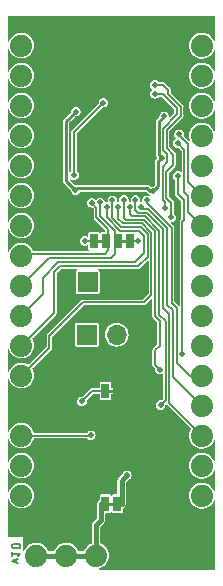
<source format=gbr>
G04 #@! TF.GenerationSoftware,KiCad,Pcbnew,(7.0.0)*
G04 #@! TF.CreationDate,2023-04-22T14:23:37+07:00*
G04 #@! TF.ProjectId,nrf52840-qfaa-breakout,6e726635-3238-4343-902d-716661612d62,rev?*
G04 #@! TF.SameCoordinates,Original*
G04 #@! TF.FileFunction,Copper,L2,Bot*
G04 #@! TF.FilePolarity,Positive*
%FSLAX46Y46*%
G04 Gerber Fmt 4.6, Leading zero omitted, Abs format (unit mm)*
G04 Created by KiCad (PCBNEW (7.0.0)) date 2023-04-22 14:23:37*
%MOMM*%
%LPD*%
G01*
G04 APERTURE LIST*
%ADD10C,0.177800*%
G04 #@! TA.AperFunction,NonConductor*
%ADD11C,0.177800*%
G04 #@! TD*
G04 #@! TA.AperFunction,EtchedComponent*
%ADD12C,0.254000*%
G04 #@! TD*
G04 #@! TA.AperFunction,ComponentPad*
%ADD13R,1.700000X1.700000*%
G04 #@! TD*
G04 #@! TA.AperFunction,ComponentPad*
%ADD14O,1.700000X1.700000*%
G04 #@! TD*
G04 #@! TA.AperFunction,ComponentPad*
%ADD15C,1.879600*%
G04 #@! TD*
G04 #@! TA.AperFunction,ComponentPad*
%ADD16C,0.500000*%
G04 #@! TD*
G04 #@! TA.AperFunction,SMDPad,CuDef*
%ADD17R,4.100000X4.100000*%
G04 #@! TD*
G04 #@! TA.AperFunction,SMDPad,CuDef*
%ADD18R,0.635000X1.270000*%
G04 #@! TD*
G04 #@! TA.AperFunction,ViaPad*
%ADD19C,0.508000*%
G04 #@! TD*
G04 #@! TA.AperFunction,Conductor*
%ADD20C,0.152400*%
G04 #@! TD*
G04 #@! TA.AperFunction,Conductor*
%ADD21C,0.400000*%
G04 #@! TD*
G04 #@! TA.AperFunction,Conductor*
%ADD22C,0.228600*%
G04 #@! TD*
G04 #@! TA.AperFunction,Conductor*
%ADD23C,0.154000*%
G04 #@! TD*
G04 APERTURE END LIST*
D10*
D11*
X140550900Y-130386666D02*
X140076766Y-130217332D01*
X140076766Y-130217332D02*
X140550900Y-130047999D01*
X140076766Y-129404532D02*
X140076766Y-129810932D01*
X140076766Y-129607732D02*
X140787966Y-129607732D01*
X140787966Y-129607732D02*
X140686366Y-129675465D01*
X140686366Y-129675465D02*
X140618633Y-129743199D01*
X140618633Y-129743199D02*
X140584766Y-129810932D01*
X140787966Y-128964266D02*
X140787966Y-128896532D01*
X140787966Y-128896532D02*
X140754100Y-128828799D01*
X140754100Y-128828799D02*
X140720233Y-128794932D01*
X140720233Y-128794932D02*
X140652500Y-128761066D01*
X140652500Y-128761066D02*
X140517033Y-128727199D01*
X140517033Y-128727199D02*
X140347700Y-128727199D01*
X140347700Y-128727199D02*
X140212233Y-128761066D01*
X140212233Y-128761066D02*
X140144500Y-128794932D01*
X140144500Y-128794932D02*
X140110633Y-128828799D01*
X140110633Y-128828799D02*
X140076766Y-128896532D01*
X140076766Y-128896532D02*
X140076766Y-128964266D01*
X140076766Y-128964266D02*
X140110633Y-129031999D01*
X140110633Y-129031999D02*
X140144500Y-129065866D01*
X140144500Y-129065866D02*
X140212233Y-129099732D01*
X140212233Y-129099732D02*
X140347700Y-129133599D01*
X140347700Y-129133599D02*
X140517033Y-129133599D01*
X140517033Y-129133599D02*
X140652500Y-129099732D01*
X140652500Y-129099732D02*
X140720233Y-129065866D01*
X140720233Y-129065866D02*
X140754100Y-129031999D01*
X140754100Y-129031999D02*
X140787966Y-128964266D01*
D12*
G04 #@! TO.C,JP1*
X148119000Y-125350000D02*
X148881000Y-125350000D01*
G04 #@! TO.C,JP4*
X147129000Y-103100000D02*
X147891000Y-103100000D01*
G04 #@! TO.C,JP6*
X148881000Y-115800000D02*
X148119000Y-115800000D01*
G04 #@! TO.C,JP5*
X149941000Y-103140000D02*
X149179000Y-103140000D01*
G04 #@! TD*
D13*
G04 #@! TO.P,J5,1,Pin_1*
G04 #@! TO.N,/SWDCLK*
X146409999Y-111039999D03*
D14*
G04 #@! TO.P,J5,2,Pin_2*
G04 #@! TO.N,/SWDIO*
X148949999Y-111039999D03*
G04 #@! TO.P,J5,3,Pin_3*
G04 #@! TO.N,GND*
X151489999Y-111039999D03*
G04 #@! TD*
D15*
G04 #@! TO.P,J4,1,1*
G04 #@! TO.N,GND*
X156150000Y-127220000D03*
G04 #@! TO.P,J4,2,2*
G04 #@! TO.N,VIN*
X156150000Y-124680000D03*
G04 #@! TO.P,J4,3,3*
G04 #@! TO.N,VDD*
X156150000Y-122140000D03*
G04 #@! TO.P,J4,4,4*
G04 #@! TO.N,/P1.09*
X156150000Y-119600000D03*
G04 #@! TO.P,J4,5,5*
G04 #@! TO.N,/P0.11*
X156150000Y-117060000D03*
G04 #@! TO.P,J4,6,6*
G04 #@! TO.N,/P0.12*
X156150000Y-114520000D03*
G04 #@! TO.P,J4,7,7*
G04 #@! TO.N,/P0.13*
X156150000Y-111980000D03*
G04 #@! TO.P,J4,8,8*
G04 #@! TO.N,/P0.14*
X156150000Y-109440000D03*
G04 #@! TO.P,J4,9,9*
G04 #@! TO.N,/P0.17*
X156150000Y-106900000D03*
G04 #@! TO.P,J4,10,10*
G04 #@! TO.N,/P0.19*
X156150000Y-104360000D03*
G04 #@! TO.P,J4,11,11*
G04 #@! TO.N,/P0.20*
X156150000Y-101820000D03*
G04 #@! TO.P,J4,12,12*
G04 #@! TO.N,/P0.21*
X156150000Y-99280000D03*
G04 #@! TO.P,J4,13,13*
G04 #@! TO.N,/P0.22*
X156150000Y-96740000D03*
G04 #@! TO.P,J4,14,14*
G04 #@! TO.N,/P0.23*
X156150000Y-94200000D03*
G04 #@! TO.P,J4,15,15*
G04 #@! TO.N,/P0.24*
X156150000Y-91660000D03*
G04 #@! TO.P,J4,16,16*
G04 #@! TO.N,/P0.09*
X156150000Y-89120000D03*
G04 #@! TO.P,J4,17,17*
G04 #@! TO.N,/P0.10*
X156150000Y-86580000D03*
G04 #@! TD*
G04 #@! TO.P,J1,1,DTR*
G04 #@! TO.N,Net-(J1-DTR)*
X142130000Y-129750000D03*
G04 #@! TO.P,J1,2,RXI*
X144670000Y-129750000D03*
G04 #@! TO.P,J1,3,TXO*
X147210000Y-129750000D03*
G04 #@! TO.P,J1,4,VCC*
G04 #@! TO.N,GND*
X149750000Y-129750000D03*
G04 #@! TO.P,J1,5,CTS*
X152290000Y-129750000D03*
G04 #@! TO.P,J1,6,GND*
X154830000Y-129750000D03*
G04 #@! TD*
G04 #@! TO.P,J3,1,1*
G04 #@! TO.N,GND*
X140875000Y-127200000D03*
G04 #@! TO.P,J3,2,2*
G04 #@! TO.N,VIN*
X140875000Y-124660000D03*
G04 #@! TO.P,J3,3,3*
G04 #@! TO.N,VDD*
X140875000Y-122120000D03*
G04 #@! TO.P,J3,4,4*
G04 #@! TO.N,/~{RESET}*
X140875000Y-119580000D03*
G04 #@! TO.P,J3,5,5*
G04 #@! TO.N,GND*
X140875000Y-117040000D03*
G04 #@! TO.P,J3,6,6*
G04 #@! TO.N,/P0.07*
X140875000Y-114500000D03*
G04 #@! TO.P,J3,7,7*
G04 #@! TO.N,/P0.05*
X140875000Y-111960000D03*
G04 #@! TO.P,J3,8,8*
G04 #@! TO.N,/P0.04*
X140875000Y-109420000D03*
G04 #@! TO.P,J3,9,9*
G04 #@! TO.N,/P0.01*
X140875000Y-106880000D03*
G04 #@! TO.P,J3,10,10*
G04 #@! TO.N,/P0.00*
X140875000Y-104340000D03*
G04 #@! TO.P,J3,11,11*
G04 #@! TO.N,/P0.31*
X140875000Y-101800000D03*
G04 #@! TO.P,J3,12,12*
G04 #@! TO.N,/P0.30*
X140875000Y-99260000D03*
G04 #@! TO.P,J3,13,13*
G04 #@! TO.N,/P0.29*
X140875000Y-96720000D03*
G04 #@! TO.P,J3,14,14*
G04 #@! TO.N,/P0.28*
X140875000Y-94180000D03*
G04 #@! TO.P,J3,15,15*
G04 #@! TO.N,/P0.02*
X140875000Y-91640000D03*
G04 #@! TO.P,J3,16,16*
G04 #@! TO.N,/P0.03*
X140875000Y-89100000D03*
G04 #@! TO.P,J3,17,17*
G04 #@! TO.N,/P1.15*
X140875000Y-86560000D03*
G04 #@! TD*
D16*
G04 #@! TO.P,U2,49,VSS*
G04 #@! TO.N,GND*
X147320000Y-97280000D03*
X148520000Y-97280000D03*
X149720000Y-97280000D03*
X150920000Y-97280000D03*
X147320000Y-96080000D03*
X148520000Y-96080000D03*
X149720000Y-96080000D03*
X150920000Y-96080000D03*
D17*
X149119999Y-95479999D03*
D16*
X147320000Y-94880000D03*
X148520000Y-94880000D03*
X149720000Y-94880000D03*
X150920000Y-94880000D03*
X147320000Y-93680000D03*
X148520000Y-93680000D03*
X149720000Y-93680000D03*
X150920000Y-93680000D03*
G04 #@! TD*
D13*
G04 #@! TO.P,J2,1,Pin_1*
G04 #@! TO.N,VDD*
X146489999Y-106589999D03*
G04 #@! TD*
D18*
G04 #@! TO.P,JP1,1,1*
G04 #@! TO.N,Net-(J1-DTR)*
X147991999Y-125349999D03*
G04 #@! TO.P,JP1,2,2*
G04 #@! TO.N,VDD*
X149007999Y-125349999D03*
G04 #@! TD*
G04 #@! TO.P,JP4,1,1*
G04 #@! TO.N,Net-(Y2-2)*
X147001999Y-103099999D03*
G04 #@! TO.P,JP4,2,2*
G04 #@! TO.N,/P0.00*
X148017999Y-103099999D03*
G04 #@! TD*
G04 #@! TO.P,JP6,1,1*
G04 #@! TO.N,GND*
X149007999Y-115799999D03*
G04 #@! TO.P,JP6,2,2*
G04 #@! TO.N,Net-(JP6-Pad2)*
X147991999Y-115799999D03*
G04 #@! TD*
G04 #@! TO.P,JP5,1,1*
G04 #@! TO.N,Net-(Y2-1)*
X150067999Y-103139999D03*
G04 #@! TO.P,JP5,2,2*
G04 #@! TO.N,/P0.01*
X149051999Y-103139999D03*
G04 #@! TD*
D19*
G04 #@! TO.N,/~{RESET}*
X146750000Y-119570000D03*
G04 #@! TO.N,GND*
X143130000Y-110480000D03*
X148440000Y-117860000D03*
X154650000Y-90430000D03*
X143780000Y-98700000D03*
X142380000Y-103080000D03*
X148830000Y-107440000D03*
X153380000Y-118480000D03*
X153600000Y-120930000D03*
X149180000Y-127880000D03*
X143090000Y-125200000D03*
X142830000Y-121080000D03*
X154190000Y-96920000D03*
G04 #@! TO.N,/P0.20*
X154100000Y-94810000D03*
G04 #@! TO.N,Net-(Y2-1)*
X150720000Y-103098600D03*
G04 #@! TO.N,/P0.21*
X154220000Y-94080000D03*
G04 #@! TO.N,/~{RESET}*
X154499850Y-112710000D03*
X154130000Y-97610000D03*
G04 #@! TO.N,GND*
X143800000Y-96920000D03*
X151990000Y-91910000D03*
X145173700Y-118541800D03*
X146850100Y-84429600D03*
X148120100Y-84429600D03*
X144970500Y-86080600D03*
X151930100Y-86969600D03*
X145580100Y-84429600D03*
X146240500Y-86080600D03*
X153150000Y-125625000D03*
X156883100Y-84429600D03*
X151930100Y-88239600D03*
X144110000Y-92200000D03*
X151930100Y-84429600D03*
X153200100Y-86969600D03*
X150370000Y-107440000D03*
X154470100Y-84429600D03*
X142710000Y-87590000D03*
X146138900Y-124663200D03*
X151879300Y-98217600D03*
X149390100Y-84429600D03*
X145961100Y-101981000D03*
X144462500Y-102641400D03*
X148475000Y-121450000D03*
X150660100Y-84429600D03*
X144348200Y-116700300D03*
X146215100Y-87579200D03*
X147485100Y-87579200D03*
X155740100Y-84429600D03*
X147510500Y-86080600D03*
X153200100Y-88239600D03*
X148700000Y-88239600D03*
X141960600Y-84429600D03*
X153200100Y-84429600D03*
X153200100Y-85699600D03*
X150660100Y-85699600D03*
X142570000Y-85570000D03*
X143700500Y-86080600D03*
X143294100Y-84429600D03*
X145173700Y-120700800D03*
X150660100Y-86969600D03*
X151930100Y-85699600D03*
X154470100Y-85699600D03*
X148550000Y-91270000D03*
X151050000Y-119625000D03*
X150660100Y-88239600D03*
G04 #@! TO.N,VDD*
X145453100Y-98780600D03*
X145478500Y-92151200D03*
X149800000Y-122950000D03*
X152020000Y-98907600D03*
X152970400Y-92560000D03*
X152748056Y-96080000D03*
G04 #@! TO.N,Net-(Y2-2)*
X146260000Y-103098600D03*
G04 #@! TO.N,/P1.09*
X150533100Y-99644200D03*
G04 #@! TO.N,/P0.00*
X146824700Y-99872800D03*
G04 #@! TO.N,/P0.01*
X147535900Y-99847400D03*
G04 #@! TO.N,/P0.04*
X148094700Y-100228400D03*
G04 #@! TO.N,/P0.08*
X152590000Y-114000000D03*
G04 #@! TO.N,/P0.05*
X148586900Y-99660000D03*
G04 #@! TO.N,/P0.07*
X149072600Y-100228400D03*
G04 #@! TO.N,/P1.08*
X152660000Y-117000000D03*
G04 #@! TO.N,/P0.08*
X149555200Y-99644200D03*
G04 #@! TO.N,/P0.11*
X151015700Y-100228400D03*
G04 #@! TO.N,/P0.12*
X151498300Y-99669600D03*
G04 #@! TO.N,/SWDIO*
X153542100Y-101110000D03*
X152188753Y-89896900D03*
G04 #@! TO.N,/SWDCLK*
X152182900Y-90647043D03*
X153060000Y-100330000D03*
G04 #@! TO.N,Net-(JP6-Pad2)*
X146000100Y-116687600D03*
G04 #@! TO.N,/P1.08*
X150037800Y-100228400D03*
G04 #@! TO.N,Net-(U2-DEC4)*
X145320000Y-97540000D03*
X147810000Y-91400000D03*
G04 #@! TD*
D20*
G04 #@! TO.N,/P0.01*
X148823400Y-102277900D02*
X148823400Y-102480000D01*
X148557750Y-102012250D02*
X148823400Y-102277900D01*
X148823400Y-102336600D02*
X148823400Y-102480000D01*
X148823400Y-102480000D02*
X148823400Y-104216600D01*
X147535900Y-100990400D02*
X148557750Y-102012250D01*
X148823400Y-104216600D02*
X148480000Y-104560000D01*
X148480000Y-104560000D02*
X143195000Y-104560000D01*
X143195000Y-104560000D02*
X140875000Y-106880000D01*
D21*
G04 #@! TO.N,VDD*
X149465000Y-123285000D02*
X149360400Y-123389600D01*
X149360400Y-123389600D02*
X149360400Y-125350000D01*
X149800000Y-122950000D02*
X149465000Y-123285000D01*
G04 #@! TO.N,Net-(J1-DTR)*
X147639600Y-126710400D02*
X147639600Y-125350000D01*
X147535000Y-126815000D02*
X147639600Y-126710400D01*
X147535000Y-126815000D02*
X147210000Y-127140000D01*
D20*
G04 #@! TO.N,/SWDIO*
X153160400Y-95240400D02*
X153160400Y-93710652D01*
X153542100Y-99852100D02*
X153127700Y-99437700D01*
X153542100Y-101110000D02*
X153542100Y-99852100D01*
X153160400Y-93710652D02*
X154370000Y-92501052D01*
X153127700Y-99437700D02*
X153127700Y-97252300D01*
X153127700Y-97252300D02*
X153720000Y-96660000D01*
X153720000Y-96660000D02*
X153720000Y-95800000D01*
X153720000Y-95800000D02*
X153160400Y-95240400D01*
X154370000Y-92501052D02*
X154370000Y-91750000D01*
X154370000Y-91750000D02*
X153272100Y-90652100D01*
X153272100Y-90652100D02*
X153272100Y-90292100D01*
X153272100Y-90292100D02*
X152876900Y-89896900D01*
X152876900Y-89896900D02*
X152188753Y-89896900D01*
D22*
G04 #@! TO.N,VDD*
X152512700Y-93017700D02*
X152970400Y-92560000D01*
X152512700Y-95844644D02*
X152512700Y-93017700D01*
X152748056Y-96080000D02*
X152512700Y-95844644D01*
D20*
G04 #@! TO.N,/~{RESET}*
X154130000Y-99140000D02*
X154130000Y-97610000D01*
X154654400Y-99660000D02*
X154650000Y-99660000D01*
X154499850Y-101470000D02*
X154654400Y-101315450D01*
X154650000Y-99660000D02*
X154130000Y-99140000D01*
X154499850Y-112710000D02*
X154499850Y-101470000D01*
X154654400Y-101315450D02*
X154654400Y-99660000D01*
G04 #@! TO.N,/P0.12*
X154017750Y-113417750D02*
X155120000Y-114520000D01*
X155120000Y-114520000D02*
X156150000Y-114520000D01*
X153600000Y-108382250D02*
X154017750Y-108800000D01*
X154017750Y-108800000D02*
X154017750Y-113417750D01*
X153600000Y-101974500D02*
X153600000Y-108382250D01*
X151498300Y-99872800D02*
X153600000Y-101974500D01*
X151498300Y-99669600D02*
X151498300Y-99872800D01*
D23*
G04 #@! TO.N,/P0.20*
X154676000Y-98996000D02*
X154960000Y-99280000D01*
X154676000Y-97170000D02*
X154676000Y-98996000D01*
X154960000Y-99280000D02*
X154960000Y-100630000D01*
X154675200Y-95385200D02*
X154675200Y-97169200D01*
X154675200Y-97169200D02*
X154676000Y-97170000D01*
X154100000Y-94810000D02*
X154675200Y-95385200D01*
X154960000Y-100630000D02*
X156150000Y-101820000D01*
G04 #@! TO.N,/P0.21*
X154981600Y-94921600D02*
X154981600Y-96256032D01*
X154220000Y-94160000D02*
X154981600Y-94921600D01*
X154220000Y-94080000D02*
X154220000Y-94160000D01*
D20*
G04 #@! TO.N,/SWDCLK*
X152835991Y-90647043D02*
X152182900Y-90647043D01*
X154065200Y-91876252D02*
X152835991Y-90647043D01*
X154065200Y-92374800D02*
X154065200Y-91876252D01*
X152855600Y-93584400D02*
X154065200Y-92374800D01*
X153230000Y-95780000D02*
X152855600Y-95405600D01*
X153230656Y-95780000D02*
X153230000Y-95780000D01*
X152822900Y-96848550D02*
X153230656Y-96440794D01*
X152855600Y-95405600D02*
X152855600Y-93584400D01*
X152822900Y-99602900D02*
X152822900Y-96848550D01*
X153060000Y-99840000D02*
X152822900Y-99602900D01*
X153060000Y-100330000D02*
X153060000Y-99840000D01*
X153230656Y-96440794D02*
X153230656Y-95780000D01*
G04 #@! TO.N,/P0.11*
X153241850Y-102048150D02*
X153241850Y-108512250D01*
X153241850Y-108512250D02*
X153689600Y-108960000D01*
X153689600Y-114599600D02*
X153689600Y-108960000D01*
X153241850Y-102048150D02*
X151599900Y-100406200D01*
G04 #@! TO.N,/P0.07*
X143240000Y-112135000D02*
X140875000Y-114500000D01*
X143240000Y-111140000D02*
X143240000Y-112135000D01*
X146080000Y-108300000D02*
X143240000Y-111140000D01*
X151288250Y-108300000D02*
X146080000Y-108300000D01*
X151879600Y-102413100D02*
X151879600Y-107708650D01*
X151879600Y-107708650D02*
X151288250Y-108300000D01*
X151091900Y-101625400D02*
X151879600Y-102413100D01*
X149466300Y-101625400D02*
X151091900Y-101625400D01*
X149072600Y-101231700D02*
X149466300Y-101625400D01*
X149072600Y-100228400D02*
X149072600Y-101231700D01*
G04 #@! TO.N,/P1.09*
X153384800Y-116834800D02*
X156150000Y-119600000D01*
X152895950Y-108805950D02*
X153384800Y-109294800D01*
X152895950Y-102134050D02*
X152895950Y-108805950D01*
X151472900Y-100711000D02*
X152895950Y-102134050D01*
X150533100Y-100507800D02*
X150736300Y-100711000D01*
X150533100Y-99644200D02*
X150533100Y-100507800D01*
X150736300Y-100711000D02*
X151472900Y-100711000D01*
X153384800Y-109294800D02*
X153384800Y-116834800D01*
G04 #@! TO.N,/P1.08*
X153080000Y-116580000D02*
X152660000Y-117000000D01*
X153080000Y-109870000D02*
X153080000Y-116580000D01*
X152560000Y-109350000D02*
X153080000Y-109870000D01*
X151345900Y-101015800D02*
X152560000Y-102229900D01*
X152560000Y-102229900D02*
X152560000Y-109350000D01*
X150202900Y-101015800D02*
X151345900Y-101015800D01*
X150037800Y-100850700D02*
X150202900Y-101015800D01*
X150037800Y-100228400D02*
X150037800Y-100850700D01*
G04 #@! TO.N,/P0.08*
X152200000Y-113610000D02*
X152590000Y-114000000D01*
X152200000Y-112360000D02*
X152200000Y-113610000D01*
X152568600Y-111991400D02*
X152200000Y-112360000D01*
X152200000Y-109490000D02*
X152568600Y-109858600D01*
X152568600Y-109858600D02*
X152568600Y-111991400D01*
X152200000Y-102301700D02*
X152200000Y-109490000D01*
X151218900Y-101320600D02*
X152200000Y-102301700D01*
X149555200Y-99644200D02*
X149555200Y-101155500D01*
X149555200Y-101155500D02*
X149720300Y-101320600D01*
X149720300Y-101320600D02*
X151218900Y-101320600D01*
G04 #@! TO.N,/P0.05*
X148586900Y-101177800D02*
X148586900Y-99660000D01*
X149339300Y-101930200D02*
X148586900Y-101177800D01*
X151574800Y-102540100D02*
X150964900Y-101930200D01*
X150769800Y-105250000D02*
X151574800Y-104445000D01*
X144150000Y-105250000D02*
X150769800Y-105250000D01*
X143670000Y-105730000D02*
X144150000Y-105250000D01*
X143670000Y-109165000D02*
X143670000Y-105730000D01*
X140875000Y-111960000D02*
X143670000Y-109165000D01*
X151574800Y-104445000D02*
X151574800Y-102540100D01*
X150964900Y-101930200D02*
X149339300Y-101930200D01*
G04 #@! TO.N,/P0.04*
X148094700Y-101117400D02*
X148094700Y-100228400D01*
X149212300Y-102235000D02*
X148094700Y-101117400D01*
X151270000Y-102667100D02*
X150837900Y-102235000D01*
X150837900Y-102235000D02*
X149212300Y-102235000D01*
X150495000Y-104910000D02*
X151270000Y-104135000D01*
X142672500Y-106207500D02*
X143970000Y-104910000D01*
X142672500Y-107622500D02*
X142672500Y-106207500D01*
X151270000Y-104135000D02*
X151270000Y-102667100D01*
X140875000Y-109420000D02*
X142672500Y-107622500D01*
X143970000Y-104910000D02*
X150495000Y-104910000D01*
G04 #@! TO.N,Net-(Y2-1)*
X150279100Y-103098600D02*
X150720000Y-103098600D01*
G04 #@! TO.N,Net-(Y2-2)*
X146723100Y-103098600D02*
X146260000Y-103098600D01*
G04 #@! TO.N,/P0.00*
X148150000Y-102040000D02*
X148246600Y-102136600D01*
X148246600Y-102136600D02*
X148246600Y-103883400D01*
X148246600Y-103883400D02*
X147930000Y-104200000D01*
X148150000Y-102036300D02*
X148150000Y-102040000D01*
X147930000Y-104200000D02*
X141015000Y-104200000D01*
X147739100Y-101625400D02*
X148150000Y-102036300D01*
X141015000Y-104200000D02*
X140875000Y-104340000D01*
G04 #@! TO.N,/P0.11*
X151193500Y-100406200D02*
X151015700Y-100228400D01*
X151599900Y-100406200D02*
X151193500Y-100406200D01*
X156150000Y-117060000D02*
X153689600Y-114599600D01*
D21*
G04 #@! TO.N,VDD*
X148900000Y-125343600D02*
X148906400Y-125350000D01*
D22*
X152480000Y-98447600D02*
X152020000Y-98907600D01*
X145478500Y-98755200D02*
X145580100Y-98653600D01*
X152748056Y-96080000D02*
X152480000Y-96348056D01*
X144660000Y-92969700D02*
X145478500Y-92151200D01*
X144660000Y-97987500D02*
X144660000Y-92969700D01*
X152480000Y-96348056D02*
X152480000Y-98447600D01*
X145453100Y-98780600D02*
X144660000Y-97987500D01*
X145580100Y-98653600D02*
X151549100Y-98653600D01*
X145453100Y-98780600D02*
X145478500Y-98755200D01*
X151803100Y-98907600D02*
X151549100Y-98653600D01*
X151803100Y-98907600D02*
X152020000Y-98907600D01*
D20*
G04 #@! TO.N,/~{RESET}*
X146732500Y-119580000D02*
X140875000Y-119580000D01*
G04 #@! TO.N,/P0.28*
X140881100Y-93370400D02*
X140881100Y-94208600D01*
D23*
G04 #@! TO.N,/P0.23*
X156150000Y-95020000D02*
X156150000Y-94200000D01*
D20*
G04 #@! TO.N,/P0.21*
X154981600Y-98111600D02*
X156150000Y-99280000D01*
X154981600Y-96256032D02*
X154981600Y-98111600D01*
G04 #@! TO.N,/P0.00*
X147231100Y-100279200D02*
X147231100Y-101117400D01*
X146824700Y-99872800D02*
X147231100Y-100279200D01*
X147231100Y-101117400D02*
X147739100Y-101625400D01*
G04 #@! TO.N,/P0.01*
X147535900Y-99847400D02*
X147535900Y-100990400D01*
G04 #@! TO.N,/P0.14*
X156150000Y-109367098D02*
X156150000Y-109440000D01*
G04 #@! TO.N,/P0.19*
X156129700Y-104360000D02*
X156121100Y-104368600D01*
X155553700Y-104360000D02*
X156129700Y-104360000D01*
G04 #@! TO.N,Net-(JP6-Pad2)*
X146000100Y-116687600D02*
X146889100Y-115798600D01*
X146889100Y-115798600D02*
X147993100Y-115798600D01*
G04 #@! TO.N,/P0.11*
X155450000Y-117060000D02*
X156150000Y-117060000D01*
G04 #@! TO.N,Net-(U2-DEC4)*
X147810000Y-91400000D02*
X145320000Y-93890000D01*
X145320000Y-93890000D02*
X145320000Y-97540000D01*
D21*
G04 #@! TO.N,Net-(J1-DTR)*
X147210000Y-129750000D02*
X142130000Y-129750000D01*
X147210000Y-127140000D02*
X147210000Y-129750000D01*
G04 #@! TD*
G04 #@! TA.AperFunction,Conductor*
G04 #@! TO.N,GND*
G36*
X151952594Y-108048040D02*
G01*
X151970900Y-108092234D01*
X151970900Y-109482381D01*
X151970814Y-109485652D01*
X151969009Y-109520076D01*
X151969009Y-109520080D01*
X151968666Y-109526639D01*
X151971020Y-109532773D01*
X151971021Y-109532775D01*
X151977891Y-109550674D01*
X151980676Y-109560074D01*
X151986031Y-109585265D01*
X151992090Y-109593605D01*
X151999871Y-109607934D01*
X152003568Y-109617564D01*
X152008212Y-109622208D01*
X152021774Y-109635770D01*
X152028143Y-109643227D01*
X152043278Y-109664058D01*
X152052203Y-109669211D01*
X152065146Y-109679143D01*
X152321194Y-109935191D01*
X152339500Y-109979385D01*
X152339500Y-111870616D01*
X152334742Y-111894534D01*
X152321194Y-111914810D01*
X152043400Y-112192601D01*
X152041028Y-112194852D01*
X152015395Y-112217932D01*
X152015388Y-112217940D01*
X152010514Y-112222330D01*
X152007844Y-112228325D01*
X152007841Y-112228330D01*
X152000038Y-112245855D01*
X151995362Y-112254466D01*
X151984916Y-112270553D01*
X151984913Y-112270558D01*
X151981339Y-112276064D01*
X151980311Y-112282546D01*
X151980311Y-112282549D01*
X151979726Y-112286245D01*
X151975095Y-112301879D01*
X151970900Y-112311303D01*
X151970900Y-112317873D01*
X151970900Y-112337056D01*
X151970130Y-112346833D01*
X151967130Y-112365769D01*
X151967130Y-112365772D01*
X151966103Y-112372258D01*
X151968771Y-112382217D01*
X151970900Y-112398388D01*
X151970900Y-113602381D01*
X151970814Y-113605652D01*
X151969009Y-113640076D01*
X151969009Y-113640080D01*
X151968666Y-113646639D01*
X151971020Y-113652773D01*
X151971021Y-113652775D01*
X151977891Y-113670674D01*
X151980676Y-113680074D01*
X151986031Y-113705265D01*
X151992090Y-113713605D01*
X151999871Y-113727934D01*
X152003568Y-113737564D01*
X152008212Y-113742208D01*
X152021774Y-113755770D01*
X152028143Y-113763227D01*
X152043278Y-113784058D01*
X152048963Y-113787340D01*
X152048964Y-113787341D01*
X152052202Y-113789210D01*
X152065148Y-113799144D01*
X152167537Y-113901533D01*
X152182784Y-113926412D01*
X152185074Y-113955502D01*
X152178797Y-113995143D01*
X152178028Y-114000000D01*
X152178797Y-114004855D01*
X152197421Y-114122449D01*
X152197422Y-114122453D01*
X152198191Y-114127306D01*
X152200422Y-114131685D01*
X152200423Y-114131687D01*
X152254476Y-114237772D01*
X152254478Y-114237775D01*
X152256708Y-114242151D01*
X152347849Y-114333292D01*
X152352225Y-114335522D01*
X152352227Y-114335523D01*
X152409194Y-114364549D01*
X152462694Y-114391809D01*
X152590000Y-114411972D01*
X152717306Y-114391809D01*
X152760025Y-114370041D01*
X152801394Y-114364596D01*
X152836971Y-114386397D01*
X152850900Y-114425730D01*
X152850900Y-116459215D01*
X152846142Y-116483133D01*
X152832593Y-116503410D01*
X152758462Y-116577538D01*
X152733583Y-116592784D01*
X152704493Y-116595074D01*
X152664857Y-116588797D01*
X152664856Y-116588797D01*
X152660000Y-116588028D01*
X152655145Y-116588797D01*
X152537550Y-116607421D01*
X152537544Y-116607422D01*
X152532694Y-116608191D01*
X152528316Y-116610421D01*
X152528312Y-116610423D01*
X152422227Y-116664476D01*
X152422221Y-116664480D01*
X152417849Y-116666708D01*
X152414375Y-116670181D01*
X152414372Y-116670184D01*
X152330184Y-116754372D01*
X152330181Y-116754375D01*
X152326708Y-116757849D01*
X152324480Y-116762221D01*
X152324476Y-116762227D01*
X152270423Y-116868312D01*
X152270421Y-116868316D01*
X152268191Y-116872694D01*
X152267422Y-116877544D01*
X152267421Y-116877550D01*
X152253989Y-116962364D01*
X152248028Y-117000000D01*
X152248797Y-117004855D01*
X152267421Y-117122449D01*
X152267422Y-117122453D01*
X152268191Y-117127306D01*
X152270422Y-117131685D01*
X152270423Y-117131687D01*
X152324476Y-117237772D01*
X152324478Y-117237775D01*
X152326708Y-117242151D01*
X152417849Y-117333292D01*
X152422225Y-117335522D01*
X152422227Y-117335523D01*
X152479194Y-117364549D01*
X152532694Y-117391809D01*
X152660000Y-117411972D01*
X152787306Y-117391809D01*
X152902151Y-117333292D01*
X152993292Y-117242151D01*
X153051809Y-117127306D01*
X153071972Y-117000000D01*
X153071202Y-116995138D01*
X153071202Y-116990436D01*
X153083622Y-116953040D01*
X153115949Y-116930507D01*
X153155333Y-116931796D01*
X153186056Y-116956342D01*
X153188368Y-116962364D01*
X153193012Y-116967008D01*
X153206574Y-116980570D01*
X153212943Y-116988027D01*
X153228078Y-117008858D01*
X153233763Y-117012140D01*
X153233764Y-117012141D01*
X153237002Y-117014010D01*
X153249948Y-117023944D01*
X155195600Y-118969596D01*
X155213091Y-119003728D01*
X155207354Y-119041648D01*
X155128009Y-119200996D01*
X155128006Y-119201002D01*
X155126723Y-119203580D01*
X155125936Y-119206343D01*
X155125933Y-119206353D01*
X155072095Y-119395576D01*
X155071304Y-119398357D01*
X155071037Y-119401233D01*
X155071037Y-119401236D01*
X155055849Y-119565145D01*
X155052619Y-119600000D01*
X155071304Y-119801643D01*
X155072095Y-119804423D01*
X155125933Y-119993646D01*
X155125935Y-119993653D01*
X155126723Y-119996420D01*
X155216988Y-120177697D01*
X155218727Y-120180001D01*
X155218731Y-120180006D01*
X155278922Y-120259711D01*
X155339026Y-120339301D01*
X155488680Y-120475729D01*
X155660855Y-120582335D01*
X155849687Y-120655489D01*
X156048746Y-120692700D01*
X156248370Y-120692700D01*
X156251254Y-120692700D01*
X156450313Y-120655489D01*
X156639145Y-120582335D01*
X156811320Y-120475729D01*
X156960974Y-120339301D01*
X157083012Y-120177697D01*
X157170551Y-120001893D01*
X157199941Y-119973176D01*
X157240809Y-119968912D01*
X157275493Y-119990945D01*
X157289000Y-120029752D01*
X157289000Y-121710248D01*
X157275493Y-121749055D01*
X157240809Y-121771088D01*
X157199941Y-121766824D01*
X157170552Y-121738107D01*
X157148920Y-121694664D01*
X157083012Y-121562303D01*
X156960974Y-121400699D01*
X156811320Y-121264271D01*
X156808870Y-121262754D01*
X156808866Y-121262751D01*
X156641597Y-121159183D01*
X156641595Y-121159182D01*
X156639145Y-121157665D01*
X156636458Y-121156624D01*
X156636456Y-121156623D01*
X156453003Y-121085553D01*
X156453001Y-121085552D01*
X156450313Y-121084511D01*
X156447477Y-121083980D01*
X156447474Y-121083980D01*
X156254088Y-121047829D01*
X156254079Y-121047828D01*
X156251254Y-121047300D01*
X156048746Y-121047300D01*
X156045921Y-121047828D01*
X156045911Y-121047829D01*
X155852525Y-121083980D01*
X155852520Y-121083981D01*
X155849687Y-121084511D01*
X155847000Y-121085551D01*
X155846996Y-121085553D01*
X155663543Y-121156623D01*
X155663537Y-121156625D01*
X155660855Y-121157665D01*
X155658408Y-121159179D01*
X155658402Y-121159183D01*
X155491133Y-121262751D01*
X155491124Y-121262757D01*
X155488680Y-121264271D01*
X155486553Y-121266209D01*
X155486545Y-121266216D01*
X155341160Y-121398753D01*
X155341156Y-121398756D01*
X155339026Y-121400699D01*
X155337286Y-121403002D01*
X155337286Y-121403003D01*
X155218731Y-121559993D01*
X155218724Y-121560003D01*
X155216988Y-121562303D01*
X155215700Y-121564888D01*
X155215699Y-121564891D01*
X155128007Y-121741000D01*
X155128004Y-121741006D01*
X155126723Y-121743580D01*
X155125936Y-121746343D01*
X155125933Y-121746353D01*
X155076175Y-121921236D01*
X155071304Y-121938357D01*
X155052619Y-122140000D01*
X155071304Y-122341643D01*
X155072095Y-122344423D01*
X155125933Y-122533646D01*
X155125935Y-122533653D01*
X155126723Y-122536420D01*
X155128006Y-122538997D01*
X155128007Y-122538999D01*
X155138675Y-122560423D01*
X155216988Y-122717697D01*
X155218727Y-122720001D01*
X155218731Y-122720006D01*
X155278922Y-122799711D01*
X155339026Y-122879301D01*
X155488680Y-123015729D01*
X155660855Y-123122335D01*
X155849687Y-123195489D01*
X156048746Y-123232700D01*
X156248370Y-123232700D01*
X156251254Y-123232700D01*
X156450313Y-123195489D01*
X156639145Y-123122335D01*
X156811320Y-123015729D01*
X156960974Y-122879301D01*
X157083012Y-122717697D01*
X157170551Y-122541893D01*
X157199941Y-122513176D01*
X157240809Y-122508912D01*
X157275493Y-122530945D01*
X157289000Y-122569752D01*
X157289000Y-124250248D01*
X157275493Y-124289055D01*
X157240809Y-124311088D01*
X157199941Y-124306824D01*
X157170552Y-124278107D01*
X157148920Y-124234664D01*
X157083012Y-124102303D01*
X156960974Y-123940699D01*
X156811320Y-123804271D01*
X156808870Y-123802754D01*
X156808866Y-123802751D01*
X156641597Y-123699183D01*
X156641595Y-123699182D01*
X156639145Y-123697665D01*
X156636458Y-123696624D01*
X156636456Y-123696623D01*
X156453003Y-123625553D01*
X156453001Y-123625552D01*
X156450313Y-123624511D01*
X156447477Y-123623980D01*
X156447474Y-123623980D01*
X156254088Y-123587829D01*
X156254079Y-123587828D01*
X156251254Y-123587300D01*
X156048746Y-123587300D01*
X156045921Y-123587828D01*
X156045911Y-123587829D01*
X155852525Y-123623980D01*
X155852520Y-123623981D01*
X155849687Y-123624511D01*
X155847000Y-123625551D01*
X155846996Y-123625553D01*
X155663543Y-123696623D01*
X155663537Y-123696625D01*
X155660855Y-123697665D01*
X155658408Y-123699179D01*
X155658402Y-123699183D01*
X155491133Y-123802751D01*
X155491124Y-123802757D01*
X155488680Y-123804271D01*
X155486553Y-123806209D01*
X155486545Y-123806216D01*
X155341160Y-123938753D01*
X155341156Y-123938756D01*
X155339026Y-123940699D01*
X155337286Y-123943002D01*
X155337286Y-123943003D01*
X155218731Y-124099993D01*
X155218724Y-124100003D01*
X155216988Y-124102303D01*
X155215700Y-124104888D01*
X155215699Y-124104891D01*
X155128007Y-124281000D01*
X155128004Y-124281006D01*
X155126723Y-124283580D01*
X155125936Y-124286343D01*
X155125933Y-124286353D01*
X155076175Y-124461236D01*
X155071304Y-124478357D01*
X155052619Y-124680000D01*
X155071304Y-124881643D01*
X155072095Y-124884423D01*
X155125933Y-125073646D01*
X155125935Y-125073653D01*
X155126723Y-125076420D01*
X155216988Y-125257697D01*
X155218727Y-125260001D01*
X155218731Y-125260006D01*
X155238522Y-125286213D01*
X155339026Y-125419301D01*
X155488680Y-125555729D01*
X155660855Y-125662335D01*
X155849687Y-125735489D01*
X156048746Y-125772700D01*
X156248370Y-125772700D01*
X156251254Y-125772700D01*
X156450313Y-125735489D01*
X156639145Y-125662335D01*
X156811320Y-125555729D01*
X156960974Y-125419301D01*
X157083012Y-125257697D01*
X157170551Y-125081893D01*
X157199941Y-125053176D01*
X157240809Y-125048912D01*
X157275493Y-125070945D01*
X157289000Y-125109752D01*
X157289000Y-130874000D01*
X157270694Y-130918194D01*
X157226500Y-130936500D01*
X147483950Y-130936500D01*
X147441844Y-130920188D01*
X147421717Y-130879767D01*
X147434074Y-130836335D01*
X147472464Y-130812564D01*
X147510313Y-130805489D01*
X147699145Y-130732335D01*
X147871320Y-130625729D01*
X148020974Y-130489301D01*
X148143012Y-130327697D01*
X148233277Y-130146420D01*
X148288696Y-129951643D01*
X148307381Y-129750000D01*
X148288696Y-129548357D01*
X148233277Y-129353580D01*
X148143012Y-129172303D01*
X148020974Y-129010699D01*
X147871320Y-128874271D01*
X147868870Y-128872754D01*
X147868866Y-128872751D01*
X147701595Y-128769182D01*
X147699145Y-128767665D01*
X147696458Y-128766624D01*
X147696454Y-128766622D01*
X147602822Y-128730349D01*
X147573838Y-128707391D01*
X147562900Y-128672070D01*
X147562900Y-127312064D01*
X147581206Y-127267870D01*
X147581205Y-127267870D01*
X147805216Y-127043860D01*
X147805216Y-127043859D01*
X147858680Y-126990394D01*
X147868678Y-126982275D01*
X147881918Y-126973627D01*
X147902256Y-126947494D01*
X147907377Y-126941697D01*
X147909816Y-126939260D01*
X147921825Y-126922438D01*
X147923345Y-126920399D01*
X147954258Y-126880684D01*
X147955940Y-126875782D01*
X147956606Y-126874552D01*
X147956891Y-126874095D01*
X147957190Y-126873514D01*
X147957403Y-126873001D01*
X147958011Y-126871755D01*
X147961026Y-126867535D01*
X147975387Y-126819297D01*
X147976164Y-126816871D01*
X147992500Y-126769289D01*
X147992500Y-126764103D01*
X147992730Y-126762725D01*
X147992853Y-126762191D01*
X147992946Y-126761554D01*
X147992980Y-126761020D01*
X147993154Y-126759621D01*
X147994633Y-126754655D01*
X147992553Y-126704374D01*
X147992500Y-126701791D01*
X147992500Y-126200399D01*
X148010806Y-126156205D01*
X148055000Y-126137899D01*
X148321485Y-126137899D01*
X148324556Y-126137899D01*
X148369158Y-126129028D01*
X148419734Y-126095234D01*
X148448034Y-126052880D01*
X148479910Y-126028421D01*
X148520090Y-126028421D01*
X148551965Y-126052880D01*
X148580266Y-126095234D01*
X148630842Y-126129028D01*
X148675443Y-126137900D01*
X149340556Y-126137899D01*
X149385158Y-126129028D01*
X149435734Y-126095234D01*
X149469528Y-126044658D01*
X149478400Y-126000057D01*
X149478399Y-125728270D01*
X149485932Y-125698524D01*
X149506712Y-125675950D01*
X149602718Y-125613227D01*
X149675058Y-125520284D01*
X149713300Y-125408889D01*
X149713300Y-123561664D01*
X149731606Y-123517470D01*
X149735216Y-123513860D01*
X149735216Y-123513859D01*
X149889136Y-123359938D01*
X149918118Y-123345174D01*
X149917769Y-123344099D01*
X149922449Y-123342578D01*
X149927306Y-123341809D01*
X150042151Y-123283292D01*
X150133292Y-123192151D01*
X150191809Y-123077306D01*
X150211972Y-122950000D01*
X150191809Y-122822694D01*
X150164549Y-122769194D01*
X150135523Y-122712227D01*
X150135522Y-122712225D01*
X150133292Y-122707849D01*
X150042151Y-122616708D01*
X150037775Y-122614478D01*
X150037772Y-122614476D01*
X149931687Y-122560423D01*
X149931685Y-122560422D01*
X149927306Y-122558191D01*
X149922453Y-122557422D01*
X149922449Y-122557421D01*
X149812955Y-122540079D01*
X149800000Y-122538028D01*
X149788393Y-122539866D01*
X149677550Y-122557421D01*
X149677544Y-122557422D01*
X149672694Y-122558191D01*
X149668316Y-122560421D01*
X149668312Y-122560423D01*
X149562227Y-122614476D01*
X149562221Y-122614480D01*
X149557849Y-122616708D01*
X149554375Y-122620181D01*
X149554372Y-122620184D01*
X149470184Y-122704372D01*
X149470181Y-122704375D01*
X149466708Y-122707849D01*
X149464480Y-122712221D01*
X149464476Y-122712227D01*
X149410422Y-122818313D01*
X149410419Y-122818319D01*
X149408191Y-122822694D01*
X149407421Y-122827549D01*
X149405902Y-122832228D01*
X149404830Y-122831879D01*
X149390060Y-122860862D01*
X149257102Y-122993821D01*
X149257101Y-122993822D01*
X149141326Y-123109596D01*
X149131320Y-123117722D01*
X149122419Y-123123537D01*
X149122410Y-123123544D01*
X149118082Y-123126373D01*
X149114905Y-123130453D01*
X149114900Y-123130459D01*
X149097746Y-123152499D01*
X149092629Y-123158294D01*
X149092013Y-123158909D01*
X149092003Y-123158919D01*
X149090184Y-123160740D01*
X149080398Y-123174446D01*
X149078182Y-123177549D01*
X149076640Y-123179616D01*
X149048922Y-123215229D01*
X149048919Y-123215232D01*
X149045742Y-123219316D01*
X149044061Y-123224210D01*
X149043384Y-123225462D01*
X149043100Y-123225916D01*
X149042808Y-123226483D01*
X149042606Y-123226973D01*
X149041979Y-123228255D01*
X149038974Y-123232465D01*
X149037498Y-123237421D01*
X149037497Y-123237424D01*
X149024621Y-123280671D01*
X149023834Y-123283127D01*
X149009180Y-123325813D01*
X149009178Y-123325820D01*
X149007500Y-123330711D01*
X149007500Y-123335882D01*
X149007267Y-123337279D01*
X149007147Y-123337796D01*
X149007053Y-123338445D01*
X149007020Y-123338980D01*
X149006845Y-123340379D01*
X149005367Y-123345345D01*
X149005581Y-123350518D01*
X149005581Y-123350519D01*
X149007447Y-123395626D01*
X149007500Y-123398209D01*
X149007500Y-124499601D01*
X148989194Y-124543795D01*
X148945000Y-124562101D01*
X148675444Y-124562101D01*
X148672434Y-124562699D01*
X148672430Y-124562700D01*
X148636879Y-124569771D01*
X148636877Y-124569771D01*
X148630842Y-124570972D01*
X148625726Y-124574389D01*
X148625724Y-124574391D01*
X148585383Y-124601346D01*
X148585380Y-124601348D01*
X148580266Y-124604766D01*
X148576848Y-124609880D01*
X148576846Y-124609883D01*
X148551967Y-124647118D01*
X148520090Y-124671578D01*
X148479910Y-124671578D01*
X148448033Y-124647118D01*
X148423153Y-124609883D01*
X148419734Y-124604766D01*
X148374275Y-124574391D01*
X148374274Y-124574390D01*
X148374272Y-124574389D01*
X148369158Y-124570972D01*
X148363125Y-124569772D01*
X148363123Y-124569771D01*
X148327567Y-124562698D01*
X148327559Y-124562697D01*
X148324557Y-124562100D01*
X148321487Y-124562100D01*
X147662515Y-124562100D01*
X147662504Y-124562100D01*
X147659444Y-124562101D01*
X147656434Y-124562699D01*
X147656430Y-124562700D01*
X147620879Y-124569771D01*
X147620877Y-124569771D01*
X147614842Y-124570972D01*
X147609726Y-124574389D01*
X147609724Y-124574391D01*
X147569383Y-124601346D01*
X147569380Y-124601348D01*
X147564266Y-124604766D01*
X147560848Y-124609880D01*
X147560846Y-124609883D01*
X147533890Y-124650225D01*
X147533888Y-124650229D01*
X147530472Y-124655342D01*
X147529272Y-124661372D01*
X147529271Y-124661376D01*
X147522198Y-124696932D01*
X147522197Y-124696941D01*
X147521600Y-124699943D01*
X147521600Y-124703013D01*
X147521600Y-124971729D01*
X147514067Y-125001476D01*
X147493284Y-125024052D01*
X147401618Y-125083939D01*
X147401613Y-125083942D01*
X147397282Y-125086773D01*
X147394103Y-125090857D01*
X147394099Y-125090861D01*
X147328124Y-125175627D01*
X147328122Y-125175629D01*
X147324942Y-125179716D01*
X147323262Y-125184608D01*
X147323260Y-125184613D01*
X147297378Y-125260006D01*
X147286700Y-125291111D01*
X147286700Y-125296291D01*
X147286700Y-126538336D01*
X147281942Y-126562254D01*
X147268394Y-126582530D01*
X146990926Y-126859996D01*
X146980920Y-126868122D01*
X146972019Y-126873937D01*
X146972010Y-126873944D01*
X146967682Y-126876773D01*
X146964505Y-126880853D01*
X146964500Y-126880859D01*
X146947346Y-126902899D01*
X146942229Y-126908694D01*
X146941613Y-126909309D01*
X146941603Y-126909319D01*
X146939784Y-126911140D01*
X146938285Y-126913238D01*
X146938286Y-126913238D01*
X146927782Y-126927949D01*
X146926240Y-126930016D01*
X146898522Y-126965629D01*
X146898519Y-126965632D01*
X146895342Y-126969716D01*
X146893661Y-126974610D01*
X146892984Y-126975862D01*
X146892700Y-126976316D01*
X146892408Y-126976883D01*
X146892206Y-126977373D01*
X146891579Y-126978655D01*
X146888574Y-126982865D01*
X146887098Y-126987821D01*
X146887097Y-126987824D01*
X146874221Y-127031071D01*
X146873434Y-127033527D01*
X146858780Y-127076213D01*
X146858778Y-127076220D01*
X146857100Y-127081111D01*
X146857100Y-127086282D01*
X146856867Y-127087679D01*
X146856747Y-127088196D01*
X146856653Y-127088845D01*
X146856620Y-127089380D01*
X146856445Y-127090779D01*
X146854967Y-127095745D01*
X146855181Y-127100918D01*
X146855181Y-127100919D01*
X146857047Y-127146026D01*
X146857100Y-127148609D01*
X146857100Y-128672070D01*
X146846162Y-128707391D01*
X146817178Y-128730349D01*
X146723545Y-128766622D01*
X146723537Y-128766625D01*
X146720855Y-128767665D01*
X146718408Y-128769179D01*
X146718404Y-128769182D01*
X146551133Y-128872751D01*
X146551124Y-128872757D01*
X146548680Y-128874271D01*
X146546553Y-128876209D01*
X146546545Y-128876216D01*
X146401160Y-129008753D01*
X146401156Y-129008756D01*
X146399026Y-129010699D01*
X146397286Y-129013002D01*
X146397286Y-129013003D01*
X146278731Y-129169993D01*
X146278724Y-129170003D01*
X146276988Y-129172303D01*
X146275700Y-129174888D01*
X146275699Y-129174891D01*
X146188008Y-129350997D01*
X146188003Y-129351007D01*
X146186723Y-129353580D01*
X146185934Y-129356351D01*
X146185614Y-129357179D01*
X146162655Y-129386163D01*
X146127335Y-129397100D01*
X145752665Y-129397100D01*
X145717345Y-129386163D01*
X145694386Y-129357179D01*
X145694066Y-129356353D01*
X145693277Y-129353580D01*
X145687251Y-129341479D01*
X145659080Y-129284903D01*
X145603012Y-129172303D01*
X145480974Y-129010699D01*
X145331320Y-128874271D01*
X145328870Y-128872754D01*
X145328866Y-128872751D01*
X145161597Y-128769183D01*
X145161595Y-128769182D01*
X145159145Y-128767665D01*
X145156458Y-128766624D01*
X145156456Y-128766623D01*
X144973003Y-128695553D01*
X144973001Y-128695552D01*
X144970313Y-128694511D01*
X144967477Y-128693980D01*
X144967474Y-128693980D01*
X144774088Y-128657829D01*
X144774079Y-128657828D01*
X144771254Y-128657300D01*
X144568746Y-128657300D01*
X144565921Y-128657828D01*
X144565911Y-128657829D01*
X144372525Y-128693980D01*
X144372520Y-128693981D01*
X144369687Y-128694511D01*
X144367000Y-128695551D01*
X144366996Y-128695553D01*
X144183543Y-128766623D01*
X144183537Y-128766625D01*
X144180855Y-128767665D01*
X144178408Y-128769179D01*
X144178402Y-128769183D01*
X144011133Y-128872751D01*
X144011124Y-128872757D01*
X144008680Y-128874271D01*
X144006553Y-128876209D01*
X144006545Y-128876216D01*
X143861160Y-129008753D01*
X143861156Y-129008756D01*
X143859026Y-129010699D01*
X143857286Y-129013002D01*
X143857286Y-129013003D01*
X143738731Y-129169993D01*
X143738724Y-129170003D01*
X143736988Y-129172303D01*
X143735700Y-129174888D01*
X143735699Y-129174891D01*
X143648008Y-129350997D01*
X143648003Y-129351007D01*
X143646723Y-129353580D01*
X143645934Y-129356351D01*
X143645614Y-129357179D01*
X143622655Y-129386163D01*
X143587335Y-129397100D01*
X143212665Y-129397100D01*
X143177345Y-129386163D01*
X143154386Y-129357179D01*
X143154066Y-129356353D01*
X143153277Y-129353580D01*
X143147251Y-129341479D01*
X143119080Y-129284903D01*
X143063012Y-129172303D01*
X142940974Y-129010699D01*
X142791320Y-128874271D01*
X142788870Y-128872754D01*
X142788866Y-128872751D01*
X142621597Y-128769183D01*
X142621595Y-128769182D01*
X142619145Y-128767665D01*
X142616458Y-128766624D01*
X142616456Y-128766623D01*
X142433003Y-128695553D01*
X142433001Y-128695552D01*
X142430313Y-128694511D01*
X142427477Y-128693980D01*
X142427474Y-128693980D01*
X142234088Y-128657829D01*
X142234079Y-128657828D01*
X142231254Y-128657300D01*
X142028746Y-128657300D01*
X142025921Y-128657828D01*
X142025911Y-128657829D01*
X141832525Y-128693980D01*
X141832520Y-128693981D01*
X141829687Y-128694511D01*
X141827000Y-128695551D01*
X141826996Y-128695553D01*
X141643543Y-128766623D01*
X141643537Y-128766625D01*
X141640855Y-128767665D01*
X141638408Y-128769179D01*
X141638402Y-128769183D01*
X141471133Y-128872751D01*
X141471124Y-128872757D01*
X141468680Y-128874271D01*
X141466553Y-128876209D01*
X141466545Y-128876216D01*
X141321160Y-129008753D01*
X141321156Y-129008756D01*
X141319026Y-129010699D01*
X141317286Y-129013002D01*
X141317286Y-129013003D01*
X141198731Y-129169993D01*
X141198724Y-129170003D01*
X141196988Y-129172303D01*
X141195700Y-129174888D01*
X141195699Y-129174891D01*
X141127048Y-129312762D01*
X141097659Y-129341479D01*
X141056791Y-129345743D01*
X141022107Y-129323710D01*
X141008600Y-129284903D01*
X141008600Y-128198535D01*
X141008600Y-128186104D01*
X140996169Y-128186104D01*
X139775700Y-128186104D01*
X139731506Y-128167798D01*
X139713200Y-128123604D01*
X139713200Y-125017610D01*
X139728552Y-124976582D01*
X139767065Y-124955709D01*
X139809821Y-124965246D01*
X139835814Y-125000506D01*
X139850933Y-125053646D01*
X139850935Y-125053653D01*
X139851723Y-125056420D01*
X139853006Y-125058997D01*
X139853007Y-125058999D01*
X139878279Y-125109752D01*
X139941988Y-125237697D01*
X139943727Y-125240001D01*
X139943731Y-125240006D01*
X139982324Y-125291111D01*
X140064026Y-125399301D01*
X140147802Y-125475673D01*
X140196737Y-125520284D01*
X140213680Y-125535729D01*
X140385855Y-125642335D01*
X140574687Y-125715489D01*
X140773746Y-125752700D01*
X140973370Y-125752700D01*
X140976254Y-125752700D01*
X141175313Y-125715489D01*
X141364145Y-125642335D01*
X141536320Y-125535729D01*
X141685974Y-125399301D01*
X141808012Y-125237697D01*
X141898277Y-125056420D01*
X141953696Y-124861643D01*
X141972381Y-124660000D01*
X141953696Y-124458357D01*
X141898277Y-124263580D01*
X141808012Y-124082303D01*
X141685974Y-123920699D01*
X141620096Y-123860643D01*
X141538454Y-123786216D01*
X141538451Y-123786214D01*
X141536320Y-123784271D01*
X141533870Y-123782754D01*
X141533866Y-123782751D01*
X141366597Y-123679183D01*
X141366595Y-123679182D01*
X141364145Y-123677665D01*
X141361458Y-123676624D01*
X141361456Y-123676623D01*
X141178003Y-123605553D01*
X141178001Y-123605552D01*
X141175313Y-123604511D01*
X141172477Y-123603980D01*
X141172474Y-123603980D01*
X140979088Y-123567829D01*
X140979079Y-123567828D01*
X140976254Y-123567300D01*
X140773746Y-123567300D01*
X140770921Y-123567828D01*
X140770911Y-123567829D01*
X140577525Y-123603980D01*
X140577520Y-123603981D01*
X140574687Y-123604511D01*
X140572000Y-123605551D01*
X140571996Y-123605553D01*
X140388543Y-123676623D01*
X140388537Y-123676625D01*
X140385855Y-123677665D01*
X140383408Y-123679179D01*
X140383402Y-123679183D01*
X140216133Y-123782751D01*
X140216124Y-123782757D01*
X140213680Y-123784271D01*
X140211553Y-123786209D01*
X140211545Y-123786216D01*
X140066160Y-123918753D01*
X140066156Y-123918756D01*
X140064026Y-123920699D01*
X140062286Y-123923002D01*
X140062286Y-123923003D01*
X139943731Y-124079993D01*
X139943724Y-124080003D01*
X139941988Y-124082303D01*
X139940700Y-124084888D01*
X139940699Y-124084891D01*
X139853007Y-124261000D01*
X139853004Y-124261006D01*
X139851723Y-124263580D01*
X139850936Y-124266343D01*
X139850933Y-124266353D01*
X139835814Y-124319494D01*
X139809821Y-124354754D01*
X139767065Y-124364291D01*
X139728552Y-124343418D01*
X139713200Y-124302390D01*
X139713200Y-122477610D01*
X139728552Y-122436582D01*
X139767065Y-122415709D01*
X139809821Y-122425246D01*
X139835814Y-122460506D01*
X139850933Y-122513646D01*
X139850935Y-122513653D01*
X139851723Y-122516420D01*
X139853006Y-122518997D01*
X139853007Y-122518999D01*
X139861682Y-122536420D01*
X139941988Y-122697697D01*
X139943727Y-122700001D01*
X139943731Y-122700006D01*
X139955136Y-122715108D01*
X140064026Y-122859301D01*
X140213680Y-122995729D01*
X140385855Y-123102335D01*
X140574687Y-123175489D01*
X140773746Y-123212700D01*
X140973370Y-123212700D01*
X140976254Y-123212700D01*
X141175313Y-123175489D01*
X141364145Y-123102335D01*
X141536320Y-122995729D01*
X141685974Y-122859301D01*
X141808012Y-122697697D01*
X141898277Y-122516420D01*
X141953696Y-122321643D01*
X141972381Y-122120000D01*
X141953696Y-121918357D01*
X141898277Y-121723580D01*
X141808012Y-121542303D01*
X141685974Y-121380699D01*
X141620096Y-121320643D01*
X141538454Y-121246216D01*
X141538451Y-121246214D01*
X141536320Y-121244271D01*
X141533870Y-121242754D01*
X141533866Y-121242751D01*
X141366597Y-121139183D01*
X141366595Y-121139182D01*
X141364145Y-121137665D01*
X141361458Y-121136624D01*
X141361456Y-121136623D01*
X141178003Y-121065553D01*
X141178001Y-121065552D01*
X141175313Y-121064511D01*
X141172477Y-121063980D01*
X141172474Y-121063980D01*
X140979088Y-121027829D01*
X140979079Y-121027828D01*
X140976254Y-121027300D01*
X140773746Y-121027300D01*
X140770921Y-121027828D01*
X140770911Y-121027829D01*
X140577525Y-121063980D01*
X140577520Y-121063981D01*
X140574687Y-121064511D01*
X140572000Y-121065551D01*
X140571996Y-121065553D01*
X140388543Y-121136623D01*
X140388537Y-121136625D01*
X140385855Y-121137665D01*
X140383408Y-121139179D01*
X140383402Y-121139183D01*
X140216133Y-121242751D01*
X140216124Y-121242757D01*
X140213680Y-121244271D01*
X140211553Y-121246209D01*
X140211545Y-121246216D01*
X140066160Y-121378753D01*
X140066156Y-121378756D01*
X140064026Y-121380699D01*
X140062286Y-121383002D01*
X140062286Y-121383003D01*
X139943731Y-121539993D01*
X139943724Y-121540003D01*
X139941988Y-121542303D01*
X139940700Y-121544888D01*
X139940699Y-121544891D01*
X139853007Y-121721000D01*
X139853004Y-121721006D01*
X139851723Y-121723580D01*
X139850936Y-121726343D01*
X139850933Y-121726353D01*
X139835814Y-121779494D01*
X139809821Y-121814754D01*
X139767065Y-121824291D01*
X139728552Y-121803418D01*
X139713200Y-121762390D01*
X139713200Y-119937610D01*
X139728552Y-119896582D01*
X139767065Y-119875709D01*
X139809821Y-119885246D01*
X139835814Y-119920506D01*
X139850933Y-119973646D01*
X139850935Y-119973653D01*
X139851723Y-119976420D01*
X139853006Y-119978997D01*
X139853007Y-119978999D01*
X139861682Y-119996420D01*
X139941988Y-120157697D01*
X139943727Y-120160001D01*
X139943731Y-120160006D01*
X139955136Y-120175108D01*
X140064026Y-120319301D01*
X140213680Y-120455729D01*
X140385855Y-120562335D01*
X140574687Y-120635489D01*
X140773746Y-120672700D01*
X140973370Y-120672700D01*
X140976254Y-120672700D01*
X141175313Y-120635489D01*
X141364145Y-120562335D01*
X141536320Y-120455729D01*
X141685974Y-120319301D01*
X141808012Y-120157697D01*
X141898277Y-119976420D01*
X141920993Y-119896582D01*
X141932968Y-119854496D01*
X141955417Y-119821724D01*
X141993082Y-119809100D01*
X146387769Y-119809100D01*
X146431963Y-119827406D01*
X146507849Y-119903292D01*
X146512225Y-119905522D01*
X146512227Y-119905523D01*
X146541633Y-119920506D01*
X146622694Y-119961809D01*
X146750000Y-119981972D01*
X146877306Y-119961809D01*
X146992151Y-119903292D01*
X147083292Y-119812151D01*
X147141809Y-119697306D01*
X147161972Y-119570000D01*
X147141809Y-119442694D01*
X147083292Y-119327849D01*
X146992151Y-119236708D01*
X146987775Y-119234478D01*
X146987772Y-119234476D01*
X146881687Y-119180423D01*
X146881685Y-119180422D01*
X146877306Y-119178191D01*
X146872453Y-119177422D01*
X146872449Y-119177421D01*
X146754855Y-119158797D01*
X146750000Y-119158028D01*
X146745145Y-119158797D01*
X146627550Y-119177421D01*
X146627544Y-119177422D01*
X146622694Y-119178191D01*
X146618316Y-119180421D01*
X146618312Y-119180423D01*
X146512227Y-119234476D01*
X146512221Y-119234480D01*
X146507849Y-119236708D01*
X146504375Y-119240181D01*
X146504372Y-119240184D01*
X146420188Y-119324368D01*
X146420185Y-119324371D01*
X146418205Y-119326351D01*
X146418199Y-119326357D01*
X146416708Y-119327849D01*
X146416590Y-119327731D01*
X146397443Y-119344087D01*
X146369067Y-119350900D01*
X141993082Y-119350900D01*
X141955417Y-119338276D01*
X141932968Y-119305504D01*
X141899066Y-119186353D01*
X141899065Y-119186352D01*
X141898277Y-119183580D01*
X141808012Y-119002303D01*
X141685974Y-118840699D01*
X141620096Y-118780643D01*
X141538454Y-118706216D01*
X141538451Y-118706214D01*
X141536320Y-118704271D01*
X141533870Y-118702754D01*
X141533866Y-118702751D01*
X141366597Y-118599183D01*
X141366595Y-118599182D01*
X141364145Y-118597665D01*
X141361458Y-118596624D01*
X141361456Y-118596623D01*
X141178003Y-118525553D01*
X141178001Y-118525552D01*
X141175313Y-118524511D01*
X141172477Y-118523980D01*
X141172474Y-118523980D01*
X140979088Y-118487829D01*
X140979079Y-118487828D01*
X140976254Y-118487300D01*
X140773746Y-118487300D01*
X140770921Y-118487828D01*
X140770911Y-118487829D01*
X140577525Y-118523980D01*
X140577520Y-118523981D01*
X140574687Y-118524511D01*
X140572000Y-118525551D01*
X140571996Y-118525553D01*
X140388543Y-118596623D01*
X140388537Y-118596625D01*
X140385855Y-118597665D01*
X140383408Y-118599179D01*
X140383402Y-118599183D01*
X140216133Y-118702751D01*
X140216124Y-118702757D01*
X140213680Y-118704271D01*
X140211553Y-118706209D01*
X140211545Y-118706216D01*
X140066160Y-118838753D01*
X140066156Y-118838756D01*
X140064026Y-118840699D01*
X140062286Y-118843002D01*
X140062286Y-118843003D01*
X139943731Y-118999993D01*
X139943724Y-119000003D01*
X139941988Y-119002303D01*
X139940700Y-119004888D01*
X139940699Y-119004891D01*
X139853007Y-119181000D01*
X139853004Y-119181006D01*
X139851723Y-119183580D01*
X139850936Y-119186343D01*
X139850933Y-119186353D01*
X139835814Y-119239494D01*
X139809821Y-119274754D01*
X139767065Y-119284291D01*
X139728552Y-119263418D01*
X139713200Y-119222390D01*
X139713200Y-116687600D01*
X145588128Y-116687600D01*
X145588897Y-116692455D01*
X145607521Y-116810049D01*
X145607522Y-116810053D01*
X145608291Y-116814906D01*
X145610522Y-116819285D01*
X145610523Y-116819287D01*
X145664576Y-116925372D01*
X145664578Y-116925375D01*
X145666808Y-116929751D01*
X145757949Y-117020892D01*
X145762325Y-117023122D01*
X145762327Y-117023123D01*
X145819294Y-117052149D01*
X145872794Y-117079409D01*
X146000100Y-117099572D01*
X146127406Y-117079409D01*
X146242251Y-117020892D01*
X146333392Y-116929751D01*
X146391909Y-116814906D01*
X146412072Y-116687600D01*
X146411303Y-116682745D01*
X146411303Y-116682740D01*
X146405025Y-116643105D01*
X146407314Y-116614014D01*
X146422559Y-116589135D01*
X146965690Y-116046006D01*
X147009885Y-116027700D01*
X147459101Y-116027700D01*
X147503295Y-116046006D01*
X147521601Y-116090200D01*
X147521601Y-116450056D01*
X147522199Y-116453066D01*
X147522200Y-116453069D01*
X147527555Y-116479993D01*
X147530472Y-116494658D01*
X147564266Y-116545234D01*
X147614842Y-116579028D01*
X147659443Y-116587900D01*
X148324556Y-116587899D01*
X148369158Y-116579028D01*
X148419734Y-116545234D01*
X148453528Y-116494658D01*
X148462400Y-116450057D01*
X148462400Y-116142400D01*
X148480706Y-116098206D01*
X148524900Y-116079900D01*
X148904051Y-116079900D01*
X148906935Y-116079900D01*
X148983863Y-116065520D01*
X149072833Y-116010431D01*
X149135896Y-115926923D01*
X149164533Y-115826273D01*
X149154878Y-115722075D01*
X149108234Y-115628401D01*
X149084553Y-115606813D01*
X149035178Y-115561801D01*
X149035177Y-115561800D01*
X149030901Y-115557902D01*
X148933322Y-115520100D01*
X148927531Y-115520100D01*
X148524899Y-115520100D01*
X148480705Y-115501794D01*
X148462399Y-115457600D01*
X148462399Y-115153015D01*
X148462399Y-115153013D01*
X148462399Y-115149944D01*
X148453528Y-115105342D01*
X148419734Y-115054766D01*
X148374275Y-115024391D01*
X148374274Y-115024390D01*
X148374272Y-115024389D01*
X148369158Y-115020972D01*
X148363125Y-115019772D01*
X148363123Y-115019771D01*
X148327567Y-115012698D01*
X148327559Y-115012697D01*
X148324557Y-115012100D01*
X148321487Y-115012100D01*
X147662515Y-115012100D01*
X147662504Y-115012100D01*
X147659444Y-115012101D01*
X147656434Y-115012699D01*
X147656430Y-115012700D01*
X147620879Y-115019771D01*
X147620877Y-115019771D01*
X147614842Y-115020972D01*
X147609726Y-115024389D01*
X147609724Y-115024391D01*
X147569383Y-115051346D01*
X147569380Y-115051348D01*
X147564266Y-115054766D01*
X147560848Y-115059880D01*
X147560846Y-115059883D01*
X147533890Y-115100225D01*
X147533888Y-115100229D01*
X147530472Y-115105342D01*
X147529272Y-115111372D01*
X147529271Y-115111376D01*
X147522198Y-115146932D01*
X147522197Y-115146941D01*
X147521600Y-115149943D01*
X147521600Y-115153013D01*
X147521600Y-115507000D01*
X147503294Y-115551194D01*
X147459100Y-115569500D01*
X146896727Y-115569500D01*
X146893457Y-115569414D01*
X146859024Y-115567609D01*
X146859019Y-115567609D01*
X146852461Y-115567266D01*
X146828419Y-115576493D01*
X146819026Y-115579276D01*
X146800259Y-115583265D01*
X146800257Y-115583265D01*
X146793835Y-115584631D01*
X146788525Y-115588488D01*
X146788517Y-115588492D01*
X146785488Y-115590693D01*
X146771162Y-115598472D01*
X146767668Y-115599813D01*
X146767665Y-115599814D01*
X146761536Y-115602168D01*
X146756892Y-115606811D01*
X146756890Y-115606813D01*
X146743330Y-115620373D01*
X146735875Y-115626740D01*
X146720357Y-115638015D01*
X146720353Y-115638018D01*
X146715042Y-115641878D01*
X146711758Y-115647564D01*
X146711758Y-115647565D01*
X146709887Y-115650806D01*
X146699957Y-115663745D01*
X146098564Y-116265137D01*
X146073684Y-116280384D01*
X146044594Y-116282674D01*
X146004957Y-116276397D01*
X146004956Y-116276397D01*
X146000100Y-116275628D01*
X145995245Y-116276397D01*
X145877650Y-116295021D01*
X145877644Y-116295022D01*
X145872794Y-116295791D01*
X145868416Y-116298021D01*
X145868412Y-116298023D01*
X145762327Y-116352076D01*
X145762321Y-116352080D01*
X145757949Y-116354308D01*
X145754475Y-116357781D01*
X145754472Y-116357784D01*
X145670284Y-116441972D01*
X145670281Y-116441975D01*
X145666808Y-116445449D01*
X145664580Y-116449821D01*
X145664576Y-116449827D01*
X145610523Y-116555912D01*
X145610521Y-116555916D01*
X145608291Y-116560294D01*
X145607522Y-116565144D01*
X145607521Y-116565150D01*
X145591932Y-116663580D01*
X145588128Y-116687600D01*
X139713200Y-116687600D01*
X139713200Y-114857610D01*
X139728552Y-114816582D01*
X139767065Y-114795709D01*
X139809821Y-114805246D01*
X139835814Y-114840506D01*
X139850933Y-114893646D01*
X139850935Y-114893653D01*
X139851723Y-114896420D01*
X139853006Y-114898997D01*
X139853007Y-114898999D01*
X139861682Y-114916420D01*
X139941988Y-115077697D01*
X139943727Y-115080001D01*
X139943731Y-115080006D01*
X139998864Y-115153013D01*
X140064026Y-115239301D01*
X140213680Y-115375729D01*
X140385855Y-115482335D01*
X140574687Y-115555489D01*
X140773746Y-115592700D01*
X140973370Y-115592700D01*
X140976254Y-115592700D01*
X141175313Y-115555489D01*
X141364145Y-115482335D01*
X141536320Y-115375729D01*
X141685974Y-115239301D01*
X141808012Y-115077697D01*
X141898277Y-114896420D01*
X141953696Y-114701643D01*
X141972381Y-114500000D01*
X141953696Y-114298357D01*
X141898277Y-114103580D01*
X141817644Y-113941648D01*
X141811908Y-113903728D01*
X141829397Y-113869598D01*
X143396624Y-112302371D01*
X143398958Y-112300156D01*
X143429486Y-112272670D01*
X143439963Y-112249137D01*
X143444631Y-112240539D01*
X143458661Y-112218936D01*
X143460273Y-112208754D01*
X143464907Y-112193113D01*
X143469100Y-112183697D01*
X143469100Y-112157944D01*
X143469870Y-112148167D01*
X143470329Y-112145265D01*
X143473897Y-112122742D01*
X143471228Y-112112782D01*
X143469100Y-112096612D01*
X143469100Y-111901994D01*
X145407100Y-111901994D01*
X145407101Y-111905056D01*
X145415972Y-111949658D01*
X145419390Y-111954774D01*
X145419391Y-111954775D01*
X145429291Y-111969592D01*
X145449766Y-112000234D01*
X145500342Y-112034028D01*
X145544943Y-112042900D01*
X147275056Y-112042899D01*
X147319658Y-112034028D01*
X147370234Y-112000234D01*
X147404028Y-111949658D01*
X147412900Y-111905057D01*
X147412899Y-111040000D01*
X147942247Y-111040000D01*
X147942548Y-111043056D01*
X147960044Y-111220699D01*
X147961611Y-111236603D01*
X147962498Y-111239529D01*
X147962500Y-111239536D01*
X148018065Y-111422709D01*
X148018068Y-111422716D01*
X148018958Y-111425650D01*
X148020404Y-111428357D01*
X148020407Y-111428362D01*
X148106299Y-111589055D01*
X148112084Y-111599878D01*
X148114032Y-111602252D01*
X148114033Y-111602253D01*
X148164946Y-111664291D01*
X148237411Y-111752589D01*
X148390122Y-111877916D01*
X148392833Y-111879365D01*
X148538301Y-111957119D01*
X148564350Y-111971042D01*
X148567288Y-111971933D01*
X148567290Y-111971934D01*
X148690891Y-112009428D01*
X148753397Y-112028389D01*
X148950000Y-112047753D01*
X149146603Y-112028389D01*
X149335650Y-111971042D01*
X149509878Y-111877916D01*
X149662589Y-111752589D01*
X149787916Y-111599878D01*
X149881042Y-111425650D01*
X149938389Y-111236603D01*
X149957753Y-111040000D01*
X149938389Y-110843397D01*
X149881042Y-110654350D01*
X149787916Y-110480122D01*
X149662589Y-110327411D01*
X149650205Y-110317248D01*
X149512253Y-110204033D01*
X149512252Y-110204032D01*
X149509878Y-110202084D01*
X149507169Y-110200636D01*
X149507166Y-110200634D01*
X149338362Y-110110407D01*
X149338357Y-110110404D01*
X149335650Y-110108958D01*
X149332716Y-110108068D01*
X149332709Y-110108065D01*
X149149536Y-110052500D01*
X149149529Y-110052498D01*
X149146603Y-110051611D01*
X149143553Y-110051310D01*
X149143550Y-110051310D01*
X148953056Y-110032548D01*
X148950000Y-110032247D01*
X148946944Y-110032548D01*
X148756449Y-110051310D01*
X148756445Y-110051310D01*
X148753397Y-110051611D01*
X148750472Y-110052498D01*
X148750463Y-110052500D01*
X148567290Y-110108065D01*
X148567279Y-110108069D01*
X148564350Y-110108958D01*
X148561646Y-110110403D01*
X148561637Y-110110407D01*
X148392833Y-110200634D01*
X148392825Y-110200638D01*
X148390122Y-110202084D01*
X148387752Y-110204028D01*
X148387746Y-110204033D01*
X148239781Y-110325465D01*
X148239775Y-110325470D01*
X148237411Y-110327411D01*
X148235470Y-110329775D01*
X148235465Y-110329781D01*
X148114033Y-110477746D01*
X148114028Y-110477752D01*
X148112084Y-110480122D01*
X148110638Y-110482825D01*
X148110634Y-110482833D01*
X148020407Y-110651637D01*
X148020403Y-110651646D01*
X148018958Y-110654350D01*
X148018069Y-110657279D01*
X148018065Y-110657290D01*
X147962500Y-110840463D01*
X147962498Y-110840472D01*
X147961611Y-110843397D01*
X147961310Y-110846445D01*
X147961310Y-110846449D01*
X147948237Y-110979183D01*
X147942247Y-111040000D01*
X147412899Y-111040000D01*
X147412899Y-110174944D01*
X147404028Y-110130342D01*
X147370234Y-110079766D01*
X147329428Y-110052500D01*
X147324774Y-110049390D01*
X147324772Y-110049389D01*
X147319658Y-110045972D01*
X147313625Y-110044772D01*
X147313623Y-110044771D01*
X147278067Y-110037698D01*
X147278059Y-110037697D01*
X147275057Y-110037100D01*
X147271987Y-110037100D01*
X145548015Y-110037100D01*
X145548004Y-110037100D01*
X145544944Y-110037101D01*
X145541934Y-110037699D01*
X145541930Y-110037700D01*
X145506379Y-110044771D01*
X145506377Y-110044771D01*
X145500342Y-110045972D01*
X145495226Y-110049389D01*
X145495224Y-110049391D01*
X145454883Y-110076346D01*
X145454880Y-110076348D01*
X145449766Y-110079766D01*
X145446348Y-110084880D01*
X145446346Y-110084883D01*
X145419390Y-110125225D01*
X145419388Y-110125229D01*
X145415972Y-110130342D01*
X145414772Y-110136372D01*
X145414771Y-110136376D01*
X145407698Y-110171932D01*
X145407697Y-110171941D01*
X145407100Y-110174943D01*
X145407100Y-110178011D01*
X145407100Y-110178012D01*
X145407100Y-111901984D01*
X145407100Y-111901994D01*
X143469100Y-111901994D01*
X143469100Y-111260784D01*
X143487406Y-111216590D01*
X146156590Y-108547406D01*
X146200784Y-108529100D01*
X151280631Y-108529100D01*
X151283902Y-108529186D01*
X151324889Y-108531334D01*
X151348924Y-108522107D01*
X151358321Y-108519323D01*
X151383515Y-108513969D01*
X151391849Y-108507913D01*
X151406194Y-108500124D01*
X151415814Y-108496432D01*
X151434030Y-108478214D01*
X151441475Y-108471857D01*
X151462308Y-108456722D01*
X151467459Y-108447798D01*
X151477391Y-108434853D01*
X151864205Y-108048040D01*
X151908400Y-108029734D01*
X151952594Y-108048040D01*
G37*
G04 #@! TD.AperFunction*
G04 #@! TA.AperFunction,Conductor*
G36*
X151632194Y-104799991D02*
G01*
X151650500Y-104844185D01*
X151650500Y-107587866D01*
X151645742Y-107611784D01*
X151632194Y-107632060D01*
X151211659Y-108052594D01*
X151167465Y-108070900D01*
X146087639Y-108070900D01*
X146084368Y-108070814D01*
X146049923Y-108069008D01*
X146049918Y-108069008D01*
X146043361Y-108068665D01*
X146037228Y-108071018D01*
X146037228Y-108071019D01*
X146019320Y-108077893D01*
X146009921Y-108080677D01*
X145991159Y-108084665D01*
X145991157Y-108084665D01*
X145984735Y-108086031D01*
X145979421Y-108089891D01*
X145979420Y-108089892D01*
X145976395Y-108092090D01*
X145962065Y-108099871D01*
X145958567Y-108101213D01*
X145958562Y-108101216D01*
X145952436Y-108103568D01*
X145947793Y-108108210D01*
X145947791Y-108108212D01*
X145934230Y-108121773D01*
X145926775Y-108128140D01*
X145911257Y-108139415D01*
X145911253Y-108139418D01*
X145905942Y-108143278D01*
X145902658Y-108148964D01*
X145902658Y-108148965D01*
X145900787Y-108152206D01*
X145890857Y-108165145D01*
X143083400Y-110972601D01*
X143081028Y-110974852D01*
X143055395Y-110997932D01*
X143055388Y-110997940D01*
X143050514Y-111002330D01*
X143047844Y-111008325D01*
X143047841Y-111008330D01*
X143040038Y-111025855D01*
X143035362Y-111034466D01*
X143024916Y-111050553D01*
X143024913Y-111050558D01*
X143021339Y-111056064D01*
X143020311Y-111062546D01*
X143020311Y-111062549D01*
X143019726Y-111066245D01*
X143015095Y-111081879D01*
X143010900Y-111091303D01*
X143010900Y-111097873D01*
X143010900Y-111117056D01*
X143010130Y-111126833D01*
X143007130Y-111145769D01*
X143007130Y-111145772D01*
X143006103Y-111152258D01*
X143008771Y-111162217D01*
X143010900Y-111178388D01*
X143010900Y-112014216D01*
X143006142Y-112038134D01*
X142992594Y-112058410D01*
X141503643Y-113547358D01*
X141466652Y-113565248D01*
X141426547Y-113556302D01*
X141366605Y-113519187D01*
X141366595Y-113519182D01*
X141364145Y-113517665D01*
X141361458Y-113516624D01*
X141361456Y-113516623D01*
X141178003Y-113445553D01*
X141178001Y-113445552D01*
X141175313Y-113444511D01*
X141172477Y-113443980D01*
X141172474Y-113443980D01*
X140979088Y-113407829D01*
X140979079Y-113407828D01*
X140976254Y-113407300D01*
X140773746Y-113407300D01*
X140770921Y-113407828D01*
X140770911Y-113407829D01*
X140577525Y-113443980D01*
X140577520Y-113443981D01*
X140574687Y-113444511D01*
X140572000Y-113445551D01*
X140571996Y-113445553D01*
X140388543Y-113516623D01*
X140388537Y-113516625D01*
X140385855Y-113517665D01*
X140383408Y-113519179D01*
X140383402Y-113519183D01*
X140216133Y-113622751D01*
X140216124Y-113622757D01*
X140213680Y-113624271D01*
X140211553Y-113626209D01*
X140211545Y-113626216D01*
X140066160Y-113758753D01*
X140066156Y-113758756D01*
X140064026Y-113760699D01*
X140062286Y-113763002D01*
X140062286Y-113763003D01*
X139943731Y-113919993D01*
X139943724Y-113920003D01*
X139941988Y-113922303D01*
X139940700Y-113924888D01*
X139940699Y-113924891D01*
X139853007Y-114101000D01*
X139853004Y-114101006D01*
X139851723Y-114103580D01*
X139850936Y-114106343D01*
X139850933Y-114106353D01*
X139835814Y-114159494D01*
X139809821Y-114194754D01*
X139767065Y-114204291D01*
X139728552Y-114183418D01*
X139713200Y-114142390D01*
X139713200Y-112317610D01*
X139728552Y-112276582D01*
X139767065Y-112255709D01*
X139809821Y-112265246D01*
X139835814Y-112300506D01*
X139850933Y-112353646D01*
X139850935Y-112353653D01*
X139851723Y-112356420D01*
X139853006Y-112358997D01*
X139853007Y-112358999D01*
X139878279Y-112409752D01*
X139941988Y-112537697D01*
X139943727Y-112540001D01*
X139943731Y-112540006D01*
X139955136Y-112555108D01*
X140064026Y-112699301D01*
X140213680Y-112835729D01*
X140216131Y-112837247D01*
X140216133Y-112837248D01*
X140242838Y-112853783D01*
X140385855Y-112942335D01*
X140574687Y-113015489D01*
X140773746Y-113052700D01*
X140973370Y-113052700D01*
X140976254Y-113052700D01*
X141175313Y-113015489D01*
X141364145Y-112942335D01*
X141536320Y-112835729D01*
X141685974Y-112699301D01*
X141808012Y-112537697D01*
X141898277Y-112356420D01*
X141953696Y-112161643D01*
X141972381Y-111960000D01*
X141953696Y-111758357D01*
X141898277Y-111563580D01*
X141817644Y-111401648D01*
X141811908Y-111363728D01*
X141829397Y-111329598D01*
X143826624Y-109332371D01*
X143828958Y-109330156D01*
X143859486Y-109302670D01*
X143869959Y-109279144D01*
X143874631Y-109270539D01*
X143888662Y-109248936D01*
X143890274Y-109238754D01*
X143894909Y-109223107D01*
X143899100Y-109213697D01*
X143899100Y-109187952D01*
X143899869Y-109178175D01*
X143900533Y-109173984D01*
X143903897Y-109152742D01*
X143901228Y-109142782D01*
X143899100Y-109126612D01*
X143899100Y-105850784D01*
X143917406Y-105806590D01*
X144226590Y-105497406D01*
X144270784Y-105479100D01*
X145551426Y-105479100D01*
X145591076Y-105493287D01*
X145612725Y-105529408D01*
X145606545Y-105571064D01*
X145579859Y-105595249D01*
X145580342Y-105595972D01*
X145575468Y-105599228D01*
X145575465Y-105599230D01*
X145575223Y-105599391D01*
X145575221Y-105599393D01*
X145534883Y-105626346D01*
X145534880Y-105626348D01*
X145529766Y-105629766D01*
X145526348Y-105634880D01*
X145526346Y-105634883D01*
X145499390Y-105675225D01*
X145499388Y-105675229D01*
X145495972Y-105680342D01*
X145494772Y-105686372D01*
X145494771Y-105686376D01*
X145487698Y-105721932D01*
X145487697Y-105721941D01*
X145487100Y-105724943D01*
X145487100Y-105728011D01*
X145487100Y-105728012D01*
X145487100Y-107451984D01*
X145487100Y-107451994D01*
X145487101Y-107455056D01*
X145487699Y-107458066D01*
X145487700Y-107458069D01*
X145491089Y-107475108D01*
X145495972Y-107499658D01*
X145529766Y-107550234D01*
X145580342Y-107584028D01*
X145624943Y-107592900D01*
X147355056Y-107592899D01*
X147399658Y-107584028D01*
X147450234Y-107550234D01*
X147484028Y-107499658D01*
X147492900Y-107455057D01*
X147492899Y-105724944D01*
X147484028Y-105680342D01*
X147450234Y-105629766D01*
X147404778Y-105599393D01*
X147404774Y-105599390D01*
X147404772Y-105599389D01*
X147404534Y-105599230D01*
X147404532Y-105599228D01*
X147399658Y-105595972D01*
X147400141Y-105595248D01*
X147373455Y-105571062D01*
X147367276Y-105529407D01*
X147388926Y-105493287D01*
X147428575Y-105479100D01*
X150762181Y-105479100D01*
X150765452Y-105479186D01*
X150806439Y-105481334D01*
X150830474Y-105472107D01*
X150839871Y-105469323D01*
X150865065Y-105463969D01*
X150873399Y-105457913D01*
X150887744Y-105450124D01*
X150897364Y-105446432D01*
X150915580Y-105428214D01*
X150923025Y-105421857D01*
X150943858Y-105406722D01*
X150949009Y-105397798D01*
X150958941Y-105384853D01*
X151428688Y-104915108D01*
X151543806Y-104799991D01*
X151588000Y-104781685D01*
X151632194Y-104799991D01*
G37*
G04 #@! TD.AperFunction*
G04 #@! TA.AperFunction,Conductor*
G36*
X157270694Y-84066906D02*
G01*
X157289000Y-84111100D01*
X157289000Y-86150248D01*
X157275493Y-86189055D01*
X157240809Y-86211088D01*
X157199941Y-86206824D01*
X157170552Y-86178107D01*
X157148920Y-86134664D01*
X157083012Y-86002303D01*
X156960974Y-85840699D01*
X156811320Y-85704271D01*
X156808870Y-85702754D01*
X156808866Y-85702751D01*
X156641597Y-85599183D01*
X156641595Y-85599182D01*
X156639145Y-85597665D01*
X156636458Y-85596624D01*
X156636456Y-85596623D01*
X156453003Y-85525553D01*
X156453001Y-85525552D01*
X156450313Y-85524511D01*
X156447477Y-85523980D01*
X156447474Y-85523980D01*
X156254088Y-85487829D01*
X156254079Y-85487828D01*
X156251254Y-85487300D01*
X156048746Y-85487300D01*
X156045921Y-85487828D01*
X156045911Y-85487829D01*
X155852525Y-85523980D01*
X155852520Y-85523981D01*
X155849687Y-85524511D01*
X155847000Y-85525551D01*
X155846996Y-85525553D01*
X155663543Y-85596623D01*
X155663537Y-85596625D01*
X155660855Y-85597665D01*
X155658408Y-85599179D01*
X155658402Y-85599183D01*
X155491133Y-85702751D01*
X155491124Y-85702757D01*
X155488680Y-85704271D01*
X155486553Y-85706209D01*
X155486545Y-85706216D01*
X155341160Y-85838753D01*
X155341156Y-85838756D01*
X155339026Y-85840699D01*
X155337286Y-85843002D01*
X155337286Y-85843003D01*
X155218731Y-85999993D01*
X155218724Y-86000003D01*
X155216988Y-86002303D01*
X155215700Y-86004888D01*
X155215699Y-86004891D01*
X155128007Y-86181000D01*
X155128004Y-86181006D01*
X155126723Y-86183580D01*
X155125936Y-86186343D01*
X155125933Y-86186353D01*
X155076175Y-86361236D01*
X155071304Y-86378357D01*
X155052619Y-86580000D01*
X155071304Y-86781643D01*
X155072095Y-86784423D01*
X155125933Y-86973646D01*
X155125935Y-86973653D01*
X155126723Y-86976420D01*
X155216988Y-87157697D01*
X155218727Y-87160001D01*
X155218731Y-87160006D01*
X155278922Y-87239711D01*
X155339026Y-87319301D01*
X155488680Y-87455729D01*
X155660855Y-87562335D01*
X155849687Y-87635489D01*
X156048746Y-87672700D01*
X156248370Y-87672700D01*
X156251254Y-87672700D01*
X156450313Y-87635489D01*
X156639145Y-87562335D01*
X156811320Y-87455729D01*
X156960974Y-87319301D01*
X157083012Y-87157697D01*
X157170551Y-86981893D01*
X157199941Y-86953176D01*
X157240809Y-86948912D01*
X157275493Y-86970945D01*
X157289000Y-87009752D01*
X157289000Y-88690248D01*
X157275493Y-88729055D01*
X157240809Y-88751088D01*
X157199941Y-88746824D01*
X157170552Y-88718107D01*
X157148920Y-88674664D01*
X157083012Y-88542303D01*
X156960974Y-88380699D01*
X156811320Y-88244271D01*
X156808870Y-88242754D01*
X156808866Y-88242751D01*
X156641597Y-88139183D01*
X156641595Y-88139182D01*
X156639145Y-88137665D01*
X156636458Y-88136624D01*
X156636456Y-88136623D01*
X156453003Y-88065553D01*
X156453001Y-88065552D01*
X156450313Y-88064511D01*
X156447477Y-88063980D01*
X156447474Y-88063980D01*
X156254088Y-88027829D01*
X156254079Y-88027828D01*
X156251254Y-88027300D01*
X156048746Y-88027300D01*
X156045921Y-88027828D01*
X156045911Y-88027829D01*
X155852525Y-88063980D01*
X155852520Y-88063981D01*
X155849687Y-88064511D01*
X155847000Y-88065551D01*
X155846996Y-88065553D01*
X155663543Y-88136623D01*
X155663537Y-88136625D01*
X155660855Y-88137665D01*
X155658408Y-88139179D01*
X155658402Y-88139183D01*
X155491133Y-88242751D01*
X155491124Y-88242757D01*
X155488680Y-88244271D01*
X155486553Y-88246209D01*
X155486545Y-88246216D01*
X155341160Y-88378753D01*
X155341156Y-88378756D01*
X155339026Y-88380699D01*
X155337286Y-88383002D01*
X155337286Y-88383003D01*
X155218731Y-88539993D01*
X155218724Y-88540003D01*
X155216988Y-88542303D01*
X155215700Y-88544888D01*
X155215699Y-88544891D01*
X155128007Y-88721000D01*
X155128004Y-88721006D01*
X155126723Y-88723580D01*
X155125936Y-88726343D01*
X155125933Y-88726353D01*
X155076175Y-88901236D01*
X155071304Y-88918357D01*
X155052619Y-89120000D01*
X155071304Y-89321643D01*
X155072095Y-89324423D01*
X155125933Y-89513646D01*
X155125935Y-89513653D01*
X155126723Y-89516420D01*
X155216988Y-89697697D01*
X155218727Y-89700001D01*
X155218731Y-89700006D01*
X155247362Y-89737919D01*
X155339026Y-89859301D01*
X155488680Y-89995729D01*
X155660855Y-90102335D01*
X155849687Y-90175489D01*
X156048746Y-90212700D01*
X156248370Y-90212700D01*
X156251254Y-90212700D01*
X156450313Y-90175489D01*
X156639145Y-90102335D01*
X156811320Y-89995729D01*
X156960974Y-89859301D01*
X157083012Y-89697697D01*
X157170551Y-89521893D01*
X157199941Y-89493176D01*
X157240809Y-89488912D01*
X157275493Y-89510945D01*
X157289000Y-89549752D01*
X157289000Y-91230248D01*
X157275493Y-91269055D01*
X157240809Y-91291088D01*
X157199941Y-91286824D01*
X157170552Y-91258107D01*
X157118898Y-91154372D01*
X157083012Y-91082303D01*
X156960974Y-90920699D01*
X156811320Y-90784271D01*
X156808870Y-90782754D01*
X156808866Y-90782751D01*
X156641597Y-90679183D01*
X156641595Y-90679182D01*
X156639145Y-90677665D01*
X156636458Y-90676624D01*
X156636456Y-90676623D01*
X156453003Y-90605553D01*
X156453001Y-90605552D01*
X156450313Y-90604511D01*
X156447477Y-90603980D01*
X156447474Y-90603980D01*
X156254088Y-90567829D01*
X156254079Y-90567828D01*
X156251254Y-90567300D01*
X156048746Y-90567300D01*
X156045921Y-90567828D01*
X156045911Y-90567829D01*
X155852525Y-90603980D01*
X155852520Y-90603981D01*
X155849687Y-90604511D01*
X155847000Y-90605551D01*
X155846996Y-90605553D01*
X155663543Y-90676623D01*
X155663537Y-90676625D01*
X155660855Y-90677665D01*
X155658408Y-90679179D01*
X155658402Y-90679183D01*
X155491133Y-90782751D01*
X155491124Y-90782757D01*
X155488680Y-90784271D01*
X155486553Y-90786209D01*
X155486545Y-90786216D01*
X155341160Y-90918753D01*
X155341156Y-90918756D01*
X155339026Y-90920699D01*
X155337286Y-90923002D01*
X155337286Y-90923003D01*
X155218731Y-91079993D01*
X155218724Y-91080003D01*
X155216988Y-91082303D01*
X155215700Y-91084888D01*
X155215699Y-91084891D01*
X155128007Y-91261000D01*
X155128004Y-91261006D01*
X155126723Y-91263580D01*
X155125936Y-91266343D01*
X155125933Y-91266353D01*
X155076175Y-91441236D01*
X155071304Y-91458357D01*
X155052619Y-91660000D01*
X155052886Y-91662881D01*
X155067044Y-91815676D01*
X155071304Y-91861643D01*
X155072095Y-91864423D01*
X155125933Y-92053646D01*
X155125935Y-92053653D01*
X155126723Y-92056420D01*
X155216988Y-92237697D01*
X155218727Y-92240001D01*
X155218731Y-92240006D01*
X155248861Y-92279904D01*
X155339026Y-92399301D01*
X155488680Y-92535729D01*
X155491131Y-92537247D01*
X155491133Y-92537248D01*
X155511323Y-92549749D01*
X155660855Y-92642335D01*
X155849687Y-92715489D01*
X156048746Y-92752700D01*
X156248370Y-92752700D01*
X156251254Y-92752700D01*
X156450313Y-92715489D01*
X156639145Y-92642335D01*
X156811320Y-92535729D01*
X156960974Y-92399301D01*
X157083012Y-92237697D01*
X157170551Y-92061893D01*
X157199941Y-92033176D01*
X157240809Y-92028912D01*
X157275493Y-92050945D01*
X157289000Y-92089752D01*
X157289000Y-93770248D01*
X157275493Y-93809055D01*
X157240809Y-93831088D01*
X157199941Y-93826824D01*
X157170552Y-93798107D01*
X157132954Y-93722601D01*
X157083012Y-93622303D01*
X156960974Y-93460699D01*
X156811320Y-93324271D01*
X156808870Y-93322754D01*
X156808866Y-93322751D01*
X156641597Y-93219183D01*
X156641595Y-93219182D01*
X156639145Y-93217665D01*
X156636458Y-93216624D01*
X156636456Y-93216623D01*
X156453003Y-93145553D01*
X156453001Y-93145552D01*
X156450313Y-93144511D01*
X156447477Y-93143980D01*
X156447474Y-93143980D01*
X156254088Y-93107829D01*
X156254079Y-93107828D01*
X156251254Y-93107300D01*
X156048746Y-93107300D01*
X156045921Y-93107828D01*
X156045911Y-93107829D01*
X155852525Y-93143980D01*
X155852520Y-93143981D01*
X155849687Y-93144511D01*
X155847000Y-93145551D01*
X155846996Y-93145553D01*
X155663543Y-93216623D01*
X155663537Y-93216625D01*
X155660855Y-93217665D01*
X155658408Y-93219179D01*
X155658402Y-93219183D01*
X155491133Y-93322751D01*
X155491124Y-93322757D01*
X155488680Y-93324271D01*
X155486553Y-93326209D01*
X155486545Y-93326216D01*
X155341160Y-93458753D01*
X155341156Y-93458756D01*
X155339026Y-93460699D01*
X155337286Y-93463002D01*
X155337286Y-93463003D01*
X155218731Y-93619993D01*
X155218724Y-93620003D01*
X155216988Y-93622303D01*
X155215700Y-93624888D01*
X155215699Y-93624891D01*
X155128007Y-93801000D01*
X155128004Y-93801006D01*
X155126723Y-93803580D01*
X155125936Y-93806343D01*
X155125933Y-93806353D01*
X155076175Y-93981236D01*
X155071304Y-93998357D01*
X155071037Y-94001233D01*
X155071037Y-94001236D01*
X155063739Y-94080000D01*
X155052619Y-94200000D01*
X155052886Y-94202881D01*
X155070075Y-94388386D01*
X155071304Y-94401643D01*
X155072095Y-94404423D01*
X155118598Y-94567864D01*
X155116499Y-94608217D01*
X155090150Y-94638852D01*
X155050565Y-94646964D01*
X155014290Y-94629162D01*
X154631678Y-94246550D01*
X154616431Y-94221670D01*
X154614141Y-94192579D01*
X154616134Y-94180000D01*
X154631972Y-94080000D01*
X154611809Y-93952694D01*
X154553292Y-93837849D01*
X154462151Y-93746708D01*
X154457775Y-93744478D01*
X154457772Y-93744476D01*
X154351687Y-93690423D01*
X154351685Y-93690422D01*
X154347306Y-93688191D01*
X154342453Y-93687422D01*
X154342449Y-93687421D01*
X154224855Y-93668797D01*
X154220000Y-93668028D01*
X154215145Y-93668797D01*
X154097550Y-93687421D01*
X154097544Y-93687422D01*
X154092694Y-93688191D01*
X154088316Y-93690421D01*
X154088312Y-93690423D01*
X153982227Y-93744476D01*
X153982221Y-93744480D01*
X153977849Y-93746708D01*
X153974375Y-93750181D01*
X153974372Y-93750184D01*
X153890184Y-93834372D01*
X153890181Y-93834375D01*
X153886708Y-93837849D01*
X153884480Y-93842221D01*
X153884476Y-93842227D01*
X153830423Y-93948312D01*
X153830421Y-93948316D01*
X153828191Y-93952694D01*
X153827422Y-93957544D01*
X153827421Y-93957550D01*
X153809866Y-94068393D01*
X153808028Y-94080000D01*
X153808797Y-94084855D01*
X153827421Y-94202449D01*
X153827422Y-94202453D01*
X153828191Y-94207306D01*
X153830422Y-94211685D01*
X153830423Y-94211687D01*
X153884476Y-94317772D01*
X153884478Y-94317775D01*
X153886708Y-94322151D01*
X153890184Y-94325627D01*
X153918526Y-94353969D01*
X153936062Y-94388386D01*
X153930020Y-94426537D01*
X153902707Y-94453851D01*
X153862228Y-94474476D01*
X153862224Y-94474478D01*
X153857849Y-94476708D01*
X153854375Y-94480181D01*
X153854372Y-94480184D01*
X153770184Y-94564372D01*
X153770181Y-94564375D01*
X153766708Y-94567849D01*
X153764480Y-94572221D01*
X153764476Y-94572227D01*
X153710423Y-94678312D01*
X153710421Y-94678316D01*
X153708191Y-94682694D01*
X153707422Y-94687544D01*
X153707421Y-94687550D01*
X153690627Y-94793590D01*
X153688028Y-94810000D01*
X153688797Y-94814855D01*
X153707421Y-94932449D01*
X153707422Y-94932453D01*
X153708191Y-94937306D01*
X153710422Y-94941685D01*
X153710423Y-94941687D01*
X153764476Y-95047772D01*
X153764478Y-95047775D01*
X153766708Y-95052151D01*
X153857849Y-95143292D01*
X153862225Y-95145522D01*
X153862227Y-95145523D01*
X153919194Y-95174549D01*
X153972694Y-95201809D01*
X154100000Y-95221972D01*
X154104855Y-95221203D01*
X154104860Y-95221203D01*
X154143516Y-95215080D01*
X154172607Y-95217369D01*
X154197488Y-95232616D01*
X154426994Y-95462122D01*
X154445300Y-95506316D01*
X154445300Y-97161558D01*
X154445214Y-97164829D01*
X154443401Y-97199407D01*
X154443401Y-97199410D01*
X154443107Y-97205024D01*
X154443107Y-97205026D01*
X154443058Y-97205967D01*
X154442909Y-97205959D01*
X154434471Y-97245650D01*
X154398230Y-97271979D01*
X154353681Y-97267296D01*
X154261690Y-97220424D01*
X154261685Y-97220422D01*
X154257306Y-97218191D01*
X154252453Y-97217422D01*
X154252449Y-97217421D01*
X154134855Y-97198797D01*
X154130000Y-97198028D01*
X154125145Y-97198797D01*
X154007550Y-97217421D01*
X154007544Y-97217422D01*
X154002694Y-97218191D01*
X153998316Y-97220421D01*
X153998312Y-97220423D01*
X153892227Y-97274476D01*
X153892221Y-97274480D01*
X153887849Y-97276708D01*
X153884375Y-97280181D01*
X153884372Y-97280184D01*
X153800184Y-97364372D01*
X153800181Y-97364375D01*
X153796708Y-97367849D01*
X153794480Y-97372221D01*
X153794476Y-97372227D01*
X153740423Y-97478312D01*
X153740421Y-97478316D01*
X153738191Y-97482694D01*
X153737422Y-97487544D01*
X153737421Y-97487550D01*
X153720596Y-97593783D01*
X153718028Y-97610000D01*
X153718797Y-97614855D01*
X153737421Y-97732449D01*
X153737422Y-97732453D01*
X153738191Y-97737306D01*
X153740422Y-97741685D01*
X153740423Y-97741687D01*
X153794476Y-97847772D01*
X153794478Y-97847775D01*
X153796708Y-97852151D01*
X153800184Y-97855627D01*
X153882594Y-97938037D01*
X153900900Y-97982231D01*
X153900900Y-99132381D01*
X153900814Y-99135652D01*
X153899009Y-99170076D01*
X153899009Y-99170080D01*
X153898666Y-99176639D01*
X153901020Y-99182773D01*
X153901021Y-99182775D01*
X153907891Y-99200674D01*
X153910676Y-99210074D01*
X153916031Y-99235265D01*
X153922090Y-99243605D01*
X153929871Y-99257934D01*
X153933568Y-99267564D01*
X153938212Y-99272208D01*
X153951774Y-99285770D01*
X153958143Y-99293227D01*
X153973278Y-99314058D01*
X153978963Y-99317340D01*
X153978964Y-99317341D01*
X153982202Y-99319210D01*
X153995148Y-99329144D01*
X154406994Y-99740991D01*
X154425300Y-99785185D01*
X154425300Y-101194665D01*
X154420542Y-101218583D01*
X154406993Y-101238860D01*
X154343240Y-101302610D01*
X154340869Y-101304860D01*
X154315245Y-101327932D01*
X154315238Y-101327940D01*
X154310364Y-101332330D01*
X154307694Y-101338325D01*
X154307691Y-101338330D01*
X154299888Y-101355855D01*
X154295212Y-101364466D01*
X154284766Y-101380553D01*
X154284763Y-101380558D01*
X154281189Y-101386064D01*
X154280161Y-101392546D01*
X154280161Y-101392549D01*
X154279576Y-101396245D01*
X154274945Y-101411879D01*
X154270750Y-101421303D01*
X154270750Y-101427873D01*
X154270750Y-101447056D01*
X154269980Y-101456833D01*
X154266980Y-101475769D01*
X154266980Y-101475772D01*
X154265953Y-101482258D01*
X154268621Y-101492217D01*
X154270750Y-101508388D01*
X154270750Y-108574091D01*
X154253210Y-108617506D01*
X154210434Y-108636553D01*
X154175652Y-108623895D01*
X154174471Y-108625941D01*
X154165543Y-108620786D01*
X154152601Y-108610855D01*
X153847406Y-108305659D01*
X153829100Y-108261465D01*
X153829100Y-101982127D01*
X153829186Y-101978857D01*
X153830990Y-101944423D01*
X153831334Y-101937861D01*
X153822107Y-101913824D01*
X153819324Y-101904431D01*
X153813969Y-101879235D01*
X153807908Y-101870892D01*
X153800124Y-101856555D01*
X153798785Y-101853066D01*
X153796432Y-101846936D01*
X153778225Y-101828729D01*
X153771855Y-101821271D01*
X153770932Y-101820000D01*
X153756722Y-101800442D01*
X153751034Y-101797158D01*
X153751032Y-101797156D01*
X153747793Y-101795286D01*
X153734851Y-101785355D01*
X153567862Y-101618365D01*
X153549642Y-101577442D01*
X153563485Y-101534838D01*
X153602278Y-101512440D01*
X153669406Y-101501809D01*
X153784251Y-101443292D01*
X153875392Y-101352151D01*
X153933909Y-101237306D01*
X153954072Y-101110000D01*
X153933909Y-100982694D01*
X153875392Y-100867849D01*
X153789506Y-100781963D01*
X153771200Y-100737769D01*
X153771200Y-99859719D01*
X153771286Y-99856448D01*
X153773090Y-99822022D01*
X153773434Y-99815460D01*
X153764202Y-99791411D01*
X153761424Y-99782031D01*
X153756069Y-99756835D01*
X153750008Y-99748492D01*
X153742224Y-99734155D01*
X153740885Y-99730666D01*
X153738532Y-99724536D01*
X153720325Y-99706329D01*
X153713955Y-99698871D01*
X153702682Y-99683355D01*
X153698822Y-99678042D01*
X153693134Y-99674758D01*
X153693132Y-99674756D01*
X153689893Y-99672886D01*
X153676951Y-99662955D01*
X153375106Y-99361109D01*
X153356800Y-99316915D01*
X153356800Y-97373084D01*
X153375106Y-97328890D01*
X153595084Y-97108912D01*
X153876624Y-96827371D01*
X153878958Y-96825156D01*
X153909486Y-96797670D01*
X153919959Y-96774144D01*
X153924631Y-96765539D01*
X153938662Y-96743936D01*
X153940274Y-96733754D01*
X153944909Y-96718107D01*
X153949100Y-96708697D01*
X153949100Y-96682951D01*
X153949869Y-96673174D01*
X153953897Y-96647741D01*
X153951228Y-96637781D01*
X153949100Y-96621611D01*
X153949100Y-95807619D01*
X153949186Y-95804348D01*
X153950990Y-95769923D01*
X153951334Y-95763361D01*
X153948747Y-95756623D01*
X153942107Y-95739324D01*
X153939324Y-95729931D01*
X153933969Y-95704735D01*
X153927908Y-95696392D01*
X153920124Y-95682055D01*
X153918785Y-95678566D01*
X153916432Y-95672436D01*
X153898225Y-95654229D01*
X153891855Y-95646771D01*
X153880582Y-95631255D01*
X153876722Y-95625942D01*
X153871034Y-95622658D01*
X153871032Y-95622656D01*
X153867793Y-95620786D01*
X153854851Y-95610855D01*
X153407806Y-95163809D01*
X153389500Y-95119615D01*
X153389500Y-93831436D01*
X153407806Y-93787242D01*
X153965639Y-93229409D01*
X154526624Y-92668423D01*
X154528958Y-92666208D01*
X154559486Y-92638722D01*
X154569959Y-92615196D01*
X154574631Y-92606591D01*
X154588662Y-92584988D01*
X154590274Y-92574806D01*
X154594909Y-92559159D01*
X154599100Y-92549749D01*
X154599100Y-92524003D01*
X154599869Y-92514226D01*
X154599939Y-92513783D01*
X154603897Y-92488793D01*
X154601228Y-92478833D01*
X154599100Y-92462663D01*
X154599100Y-91757619D01*
X154599186Y-91754348D01*
X154600990Y-91719923D01*
X154601334Y-91713361D01*
X154592107Y-91689324D01*
X154589324Y-91679931D01*
X154583969Y-91654735D01*
X154577908Y-91646392D01*
X154570124Y-91632055D01*
X154568785Y-91628566D01*
X154566432Y-91622436D01*
X154548225Y-91604228D01*
X154541855Y-91596771D01*
X154530582Y-91581255D01*
X154526722Y-91575942D01*
X154521034Y-91572658D01*
X154521032Y-91572656D01*
X154517793Y-91570786D01*
X154504851Y-91560855D01*
X153519506Y-90575509D01*
X153501200Y-90531315D01*
X153501200Y-90299719D01*
X153501286Y-90296448D01*
X153501544Y-90291517D01*
X153503434Y-90255460D01*
X153494202Y-90231411D01*
X153491424Y-90222031D01*
X153486069Y-90196835D01*
X153480008Y-90188492D01*
X153472224Y-90174155D01*
X153470885Y-90170666D01*
X153468532Y-90164536D01*
X153450325Y-90146329D01*
X153443955Y-90138871D01*
X153432682Y-90123355D01*
X153428822Y-90118042D01*
X153419892Y-90112885D01*
X153406954Y-90102957D01*
X153044289Y-89740292D01*
X153042037Y-89737919D01*
X153018966Y-89712296D01*
X153018965Y-89712295D01*
X153014570Y-89707414D01*
X153008571Y-89704743D01*
X153008566Y-89704739D01*
X152991043Y-89696937D01*
X152982430Y-89692261D01*
X152966344Y-89681816D01*
X152966345Y-89681816D01*
X152960836Y-89678239D01*
X152950655Y-89676626D01*
X152935015Y-89671993D01*
X152925597Y-89667800D01*
X152919030Y-89667800D01*
X152899844Y-89667800D01*
X152890067Y-89667030D01*
X152871130Y-89664030D01*
X152871126Y-89664030D01*
X152864642Y-89663003D01*
X152854682Y-89665671D01*
X152838512Y-89667800D01*
X152560984Y-89667800D01*
X152516790Y-89649494D01*
X152434380Y-89567084D01*
X152434380Y-89567083D01*
X152430904Y-89563608D01*
X152426528Y-89561378D01*
X152426525Y-89561376D01*
X152320440Y-89507323D01*
X152320438Y-89507322D01*
X152316059Y-89505091D01*
X152311206Y-89504322D01*
X152311202Y-89504321D01*
X152193608Y-89485697D01*
X152188753Y-89484928D01*
X152183898Y-89485697D01*
X152066303Y-89504321D01*
X152066297Y-89504322D01*
X152061447Y-89505091D01*
X152057069Y-89507321D01*
X152057065Y-89507323D01*
X151950980Y-89561376D01*
X151950974Y-89561380D01*
X151946602Y-89563608D01*
X151943128Y-89567081D01*
X151943125Y-89567084D01*
X151858937Y-89651272D01*
X151858934Y-89651275D01*
X151855461Y-89654749D01*
X151853233Y-89659121D01*
X151853229Y-89659127D01*
X151799176Y-89765212D01*
X151799174Y-89765216D01*
X151796944Y-89769594D01*
X151796175Y-89774444D01*
X151796174Y-89774450D01*
X151783101Y-89856996D01*
X151776781Y-89896900D01*
X151777550Y-89901755D01*
X151796174Y-90019349D01*
X151796175Y-90019353D01*
X151796944Y-90024206D01*
X151799175Y-90028585D01*
X151799176Y-90028587D01*
X151853229Y-90134672D01*
X151853231Y-90134675D01*
X151855461Y-90139051D01*
X151858936Y-90142526D01*
X151858937Y-90142527D01*
X151941342Y-90224932D01*
X151958281Y-90256128D01*
X151955499Y-90291517D01*
X151939444Y-90312446D01*
X151940749Y-90313751D01*
X151853084Y-90401415D01*
X151853081Y-90401418D01*
X151849608Y-90404892D01*
X151847380Y-90409264D01*
X151847376Y-90409270D01*
X151793323Y-90515355D01*
X151793321Y-90515359D01*
X151791091Y-90519737D01*
X151790322Y-90524587D01*
X151790321Y-90524593D01*
X151780916Y-90583980D01*
X151770928Y-90647043D01*
X151771697Y-90651898D01*
X151790321Y-90769492D01*
X151790322Y-90769496D01*
X151791091Y-90774349D01*
X151793322Y-90778728D01*
X151793323Y-90778730D01*
X151847376Y-90884815D01*
X151847378Y-90884818D01*
X151849608Y-90889194D01*
X151940749Y-90980335D01*
X151945125Y-90982565D01*
X151945127Y-90982566D01*
X151955847Y-90988028D01*
X152055594Y-91038852D01*
X152182900Y-91059015D01*
X152310206Y-91038852D01*
X152425051Y-90980335D01*
X152510937Y-90894449D01*
X152555131Y-90876143D01*
X152715207Y-90876143D01*
X152739125Y-90880901D01*
X152759401Y-90894449D01*
X153817794Y-91952843D01*
X153836100Y-91997037D01*
X153836100Y-92254016D01*
X153831342Y-92277934D01*
X153817794Y-92298210D01*
X153485712Y-92630291D01*
X153451295Y-92647828D01*
X153413143Y-92641785D01*
X153385830Y-92614471D01*
X153379788Y-92576319D01*
X153381603Y-92564860D01*
X153381603Y-92564855D01*
X153382372Y-92560000D01*
X153362209Y-92432694D01*
X153303692Y-92317849D01*
X153212551Y-92226708D01*
X153208175Y-92224478D01*
X153208172Y-92224476D01*
X153102087Y-92170423D01*
X153102085Y-92170422D01*
X153097706Y-92168191D01*
X153092853Y-92167422D01*
X153092849Y-92167421D01*
X152975255Y-92148797D01*
X152970400Y-92148028D01*
X152965545Y-92148797D01*
X152847950Y-92167421D01*
X152847944Y-92167422D01*
X152843094Y-92168191D01*
X152838716Y-92170421D01*
X152838712Y-92170423D01*
X152732627Y-92224476D01*
X152732621Y-92224480D01*
X152728249Y-92226708D01*
X152724775Y-92230181D01*
X152724772Y-92230184D01*
X152640584Y-92314372D01*
X152640581Y-92314375D01*
X152637108Y-92317849D01*
X152634880Y-92322221D01*
X152634876Y-92322227D01*
X152580823Y-92428312D01*
X152580821Y-92428316D01*
X152578591Y-92432694D01*
X152577822Y-92437544D01*
X152577821Y-92437550D01*
X152561473Y-92540776D01*
X152558428Y-92560000D01*
X152559197Y-92564856D01*
X152559197Y-92567436D01*
X152554439Y-92591354D01*
X152540891Y-92611630D01*
X152346723Y-92805797D01*
X152337255Y-92813568D01*
X152325176Y-92821639D01*
X152325173Y-92821641D01*
X152320059Y-92825059D01*
X152316641Y-92830173D01*
X152316639Y-92830176D01*
X152305151Y-92847368D01*
X152305151Y-92847370D01*
X152305150Y-92847371D01*
X152305151Y-92847371D01*
X152264421Y-92908326D01*
X152264419Y-92908330D01*
X152261003Y-92913443D01*
X152259802Y-92919475D01*
X152259802Y-92919478D01*
X152249874Y-92969388D01*
X152240264Y-93017700D01*
X152241465Y-93023737D01*
X152244299Y-93037984D01*
X152245500Y-93050178D01*
X152245500Y-95812166D01*
X152244299Y-95824359D01*
X152240264Y-95844644D01*
X152261003Y-95948901D01*
X152264420Y-95954015D01*
X152264421Y-95954017D01*
X152282250Y-95980699D01*
X152309017Y-96020760D01*
X152319579Y-96036566D01*
X152320059Y-96037285D01*
X152319916Y-96037380D01*
X152336495Y-96077404D01*
X152336084Y-96080000D01*
X152336853Y-96084856D01*
X152336853Y-96087436D01*
X152332094Y-96111357D01*
X152318542Y-96131635D01*
X152314018Y-96136158D01*
X152304555Y-96143924D01*
X152292476Y-96151995D01*
X152292473Y-96151997D01*
X152287359Y-96155415D01*
X152283941Y-96160529D01*
X152283939Y-96160532D01*
X152272451Y-96177724D01*
X152272451Y-96177726D01*
X152272450Y-96177727D01*
X152272451Y-96177727D01*
X152231721Y-96238682D01*
X152231719Y-96238686D01*
X152228303Y-96243799D01*
X152227102Y-96249831D01*
X152227102Y-96249834D01*
X152215085Y-96310248D01*
X152207564Y-96348056D01*
X152208765Y-96354093D01*
X152211599Y-96368340D01*
X152212800Y-96380534D01*
X152212800Y-98311035D01*
X152208042Y-98334953D01*
X152194496Y-98355226D01*
X152071628Y-98478092D01*
X152027436Y-98496397D01*
X152024856Y-98496397D01*
X152020000Y-98495628D01*
X152015145Y-98496397D01*
X151897552Y-98515021D01*
X151897548Y-98515022D01*
X151892694Y-98515791D01*
X151888312Y-98518023D01*
X151888311Y-98518024D01*
X151864571Y-98530120D01*
X151826420Y-98536161D01*
X151792004Y-98518625D01*
X151760999Y-98487620D01*
X151753226Y-98478148D01*
X151745161Y-98466078D01*
X151741741Y-98460959D01*
X151722771Y-98448284D01*
X151706846Y-98437643D01*
X151658473Y-98405321D01*
X151658471Y-98405320D01*
X151653357Y-98401903D01*
X151647322Y-98400702D01*
X151647321Y-98400702D01*
X151555138Y-98382365D01*
X151549100Y-98381164D01*
X151538835Y-98383206D01*
X151528816Y-98385199D01*
X151516622Y-98386400D01*
X145612573Y-98386400D01*
X145600380Y-98385199D01*
X145586138Y-98382366D01*
X145580100Y-98381165D01*
X145574061Y-98382366D01*
X145574060Y-98382366D01*
X145569835Y-98383206D01*
X145547872Y-98383637D01*
X145457957Y-98369397D01*
X145457955Y-98369397D01*
X145453100Y-98368628D01*
X145448244Y-98369397D01*
X145445663Y-98369397D01*
X145401469Y-98351091D01*
X145042534Y-97992156D01*
X145024421Y-97952866D01*
X145036165Y-97911225D01*
X145072138Y-97887189D01*
X145115102Y-97892273D01*
X145192694Y-97931809D01*
X145320000Y-97951972D01*
X145447306Y-97931809D01*
X145562151Y-97873292D01*
X145653292Y-97782151D01*
X145711809Y-97667306D01*
X145731972Y-97540000D01*
X145711809Y-97412694D01*
X145653292Y-97297849D01*
X145567406Y-97211963D01*
X145549100Y-97167769D01*
X145549100Y-94010784D01*
X145567406Y-93966590D01*
X146625670Y-92908326D01*
X147711537Y-91822458D01*
X147736416Y-91807213D01*
X147765503Y-91804924D01*
X147810000Y-91811972D01*
X147937306Y-91791809D01*
X148052151Y-91733292D01*
X148143292Y-91642151D01*
X148201809Y-91527306D01*
X148221972Y-91400000D01*
X148201809Y-91272694D01*
X148143292Y-91157849D01*
X148052151Y-91066708D01*
X148047775Y-91064478D01*
X148047772Y-91064476D01*
X147941687Y-91010423D01*
X147941685Y-91010422D01*
X147937306Y-91008191D01*
X147932453Y-91007422D01*
X147932449Y-91007421D01*
X147814855Y-90988797D01*
X147810000Y-90988028D01*
X147805145Y-90988797D01*
X147687550Y-91007421D01*
X147687544Y-91007422D01*
X147682694Y-91008191D01*
X147678316Y-91010421D01*
X147678312Y-91010423D01*
X147572227Y-91064476D01*
X147572221Y-91064480D01*
X147567849Y-91066708D01*
X147564375Y-91070181D01*
X147564372Y-91070184D01*
X147480184Y-91154372D01*
X147480181Y-91154375D01*
X147476708Y-91157849D01*
X147474480Y-91162221D01*
X147474476Y-91162227D01*
X147420423Y-91268312D01*
X147420421Y-91268316D01*
X147418191Y-91272694D01*
X147417422Y-91277544D01*
X147417421Y-91277550D01*
X147406851Y-91344291D01*
X147398028Y-91400000D01*
X147398797Y-91404855D01*
X147398797Y-91404857D01*
X147405074Y-91444495D01*
X147402784Y-91473585D01*
X147387537Y-91498465D01*
X145163400Y-93722601D01*
X145161028Y-93724852D01*
X145135395Y-93747932D01*
X145135388Y-93747940D01*
X145130514Y-93752330D01*
X145127844Y-93758325D01*
X145127841Y-93758330D01*
X145120038Y-93775855D01*
X145115362Y-93784466D01*
X145104916Y-93800553D01*
X145104913Y-93800558D01*
X145101339Y-93806064D01*
X145100311Y-93812546D01*
X145100311Y-93812549D01*
X145099726Y-93816245D01*
X145095095Y-93831879D01*
X145090900Y-93841303D01*
X145090900Y-93847873D01*
X145090900Y-93867056D01*
X145090130Y-93876833D01*
X145087130Y-93895769D01*
X145087130Y-93895772D01*
X145086103Y-93902258D01*
X145088771Y-93912217D01*
X145090900Y-93928388D01*
X145090900Y-97167769D01*
X145072594Y-97211963D01*
X145033894Y-97250663D01*
X144989700Y-97268969D01*
X144945506Y-97250663D01*
X144927200Y-97206469D01*
X144927200Y-93106266D01*
X144945506Y-93062072D01*
X145055769Y-92951809D01*
X145426871Y-92580705D01*
X145447146Y-92567159D01*
X145471066Y-92562402D01*
X145473639Y-92562402D01*
X145478500Y-92563172D01*
X145605806Y-92543009D01*
X145720651Y-92484492D01*
X145811792Y-92393351D01*
X145870309Y-92278506D01*
X145890472Y-92151200D01*
X145870309Y-92023894D01*
X145834106Y-91952843D01*
X145814023Y-91913427D01*
X145814022Y-91913425D01*
X145811792Y-91909049D01*
X145720651Y-91817908D01*
X145716275Y-91815678D01*
X145716272Y-91815676D01*
X145610187Y-91761623D01*
X145610185Y-91761622D01*
X145605806Y-91759391D01*
X145600953Y-91758622D01*
X145600949Y-91758621D01*
X145483355Y-91739997D01*
X145478500Y-91739228D01*
X145473645Y-91739997D01*
X145356050Y-91758621D01*
X145356044Y-91758622D01*
X145351194Y-91759391D01*
X145346816Y-91761621D01*
X145346812Y-91761623D01*
X145240727Y-91815676D01*
X145240721Y-91815680D01*
X145236349Y-91817908D01*
X145232875Y-91821381D01*
X145232872Y-91821384D01*
X145148684Y-91905572D01*
X145148681Y-91905575D01*
X145145208Y-91909049D01*
X145142980Y-91913421D01*
X145142976Y-91913427D01*
X145088923Y-92019512D01*
X145088921Y-92019516D01*
X145086691Y-92023894D01*
X145085922Y-92028744D01*
X145085921Y-92028750D01*
X145076260Y-92089752D01*
X145066528Y-92151200D01*
X145067297Y-92156055D01*
X145067297Y-92158636D01*
X145062539Y-92182554D01*
X145048991Y-92202830D01*
X144494023Y-92757797D01*
X144484555Y-92765568D01*
X144472476Y-92773639D01*
X144472473Y-92773641D01*
X144467359Y-92777059D01*
X144463941Y-92782173D01*
X144463939Y-92782176D01*
X144452451Y-92799368D01*
X144452451Y-92799370D01*
X144452450Y-92799371D01*
X144452451Y-92799371D01*
X144411721Y-92860326D01*
X144411719Y-92860330D01*
X144408303Y-92865443D01*
X144407102Y-92871475D01*
X144407102Y-92871478D01*
X144397554Y-92919478D01*
X144387564Y-92969700D01*
X144388765Y-92975737D01*
X144391599Y-92989984D01*
X144392800Y-93002178D01*
X144392800Y-97955022D01*
X144391599Y-97967215D01*
X144387564Y-97987500D01*
X144388765Y-97993538D01*
X144397014Y-98035009D01*
X144408303Y-98091757D01*
X144411720Y-98096871D01*
X144411721Y-98096873D01*
X144437651Y-98135679D01*
X144459132Y-98167829D01*
X144467359Y-98180141D01*
X144478865Y-98187829D01*
X144484551Y-98191628D01*
X144494023Y-98199401D01*
X145023591Y-98728969D01*
X145041897Y-98773163D01*
X145041897Y-98775744D01*
X145041128Y-98780600D01*
X145041897Y-98785455D01*
X145060521Y-98903049D01*
X145060522Y-98903053D01*
X145061291Y-98907906D01*
X145063522Y-98912285D01*
X145063523Y-98912287D01*
X145117576Y-99018372D01*
X145117578Y-99018375D01*
X145119808Y-99022751D01*
X145210949Y-99113892D01*
X145215325Y-99116122D01*
X145215327Y-99116123D01*
X145247235Y-99132381D01*
X145325794Y-99172409D01*
X145453100Y-99192572D01*
X145580406Y-99172409D01*
X145695251Y-99113892D01*
X145786392Y-99022751D01*
X145820950Y-98954926D01*
X145843983Y-98930010D01*
X145876639Y-98920800D01*
X151412534Y-98920800D01*
X151456728Y-98939106D01*
X151591194Y-99073571D01*
X151598967Y-99083042D01*
X151610459Y-99100241D01*
X151625686Y-99110415D01*
X151661210Y-99134151D01*
X151685922Y-99150663D01*
X151695393Y-99158436D01*
X151732205Y-99195248D01*
X151750318Y-99234538D01*
X151738575Y-99276178D01*
X151702601Y-99300215D01*
X151659637Y-99295130D01*
X151629990Y-99280024D01*
X151629985Y-99280022D01*
X151625606Y-99277791D01*
X151620753Y-99277022D01*
X151620749Y-99277021D01*
X151503155Y-99258397D01*
X151498300Y-99257628D01*
X151493445Y-99258397D01*
X151375850Y-99277021D01*
X151375844Y-99277022D01*
X151370994Y-99277791D01*
X151366616Y-99280021D01*
X151366612Y-99280023D01*
X151260527Y-99334076D01*
X151260521Y-99334080D01*
X151256149Y-99336308D01*
X151252675Y-99339781D01*
X151252672Y-99339784D01*
X151168484Y-99423972D01*
X151168481Y-99423975D01*
X151165008Y-99427449D01*
X151162780Y-99431821D01*
X151162776Y-99431827D01*
X151108723Y-99537912D01*
X151108721Y-99537916D01*
X151106491Y-99542294D01*
X151105722Y-99547144D01*
X151105721Y-99547150D01*
X151091804Y-99635027D01*
X151086328Y-99669600D01*
X151087097Y-99674455D01*
X151087097Y-99674456D01*
X151098541Y-99746714D01*
X151092499Y-99784864D01*
X151065187Y-99812177D01*
X151027038Y-99818222D01*
X151020563Y-99817197D01*
X151020556Y-99817197D01*
X151015700Y-99816428D01*
X151010845Y-99817197D01*
X151010840Y-99817197D01*
X151000236Y-99818876D01*
X150962086Y-99812832D01*
X150934773Y-99785518D01*
X150928732Y-99747367D01*
X150928836Y-99746714D01*
X150938871Y-99683355D01*
X150944303Y-99649060D01*
X150944303Y-99649055D01*
X150945072Y-99644200D01*
X150924909Y-99516894D01*
X150896342Y-99460828D01*
X150868623Y-99406427D01*
X150868622Y-99406425D01*
X150866392Y-99402049D01*
X150775251Y-99310908D01*
X150770875Y-99308678D01*
X150770872Y-99308676D01*
X150664787Y-99254623D01*
X150664785Y-99254622D01*
X150660406Y-99252391D01*
X150655553Y-99251622D01*
X150655549Y-99251621D01*
X150537955Y-99232997D01*
X150533100Y-99232228D01*
X150528245Y-99232997D01*
X150410650Y-99251621D01*
X150410644Y-99251622D01*
X150405794Y-99252391D01*
X150401416Y-99254621D01*
X150401412Y-99254623D01*
X150295327Y-99308676D01*
X150295321Y-99308680D01*
X150290949Y-99310908D01*
X150287475Y-99314381D01*
X150287472Y-99314384D01*
X150203284Y-99398572D01*
X150203281Y-99398575D01*
X150199808Y-99402049D01*
X150197580Y-99406421D01*
X150197576Y-99406427D01*
X150143523Y-99512512D01*
X150143521Y-99512516D01*
X150141291Y-99516894D01*
X150140522Y-99521744D01*
X150140521Y-99521750D01*
X150128358Y-99598552D01*
X150121128Y-99644200D01*
X150121897Y-99649055D01*
X150121897Y-99649056D01*
X150137794Y-99749431D01*
X150131751Y-99787582D01*
X150104438Y-99814896D01*
X150066287Y-99820939D01*
X150042657Y-99817197D01*
X150042655Y-99817197D01*
X150037800Y-99816428D01*
X150032945Y-99817197D01*
X150032940Y-99817197D01*
X150022336Y-99818876D01*
X149984186Y-99812832D01*
X149956873Y-99785518D01*
X149950832Y-99747367D01*
X149950936Y-99746714D01*
X149960971Y-99683355D01*
X149966403Y-99649060D01*
X149966403Y-99649055D01*
X149967172Y-99644200D01*
X149947009Y-99516894D01*
X149918442Y-99460828D01*
X149890723Y-99406427D01*
X149890722Y-99406425D01*
X149888492Y-99402049D01*
X149797351Y-99310908D01*
X149792975Y-99308678D01*
X149792972Y-99308676D01*
X149686887Y-99254623D01*
X149686885Y-99254622D01*
X149682506Y-99252391D01*
X149677653Y-99251622D01*
X149677649Y-99251621D01*
X149560055Y-99232997D01*
X149555200Y-99232228D01*
X149550345Y-99232997D01*
X149432750Y-99251621D01*
X149432744Y-99251622D01*
X149427894Y-99252391D01*
X149423516Y-99254621D01*
X149423512Y-99254623D01*
X149317427Y-99308676D01*
X149317421Y-99308680D01*
X149313049Y-99310908D01*
X149309575Y-99314381D01*
X149309572Y-99314384D01*
X149225384Y-99398572D01*
X149225381Y-99398575D01*
X149221908Y-99402049D01*
X149219680Y-99406421D01*
X149219676Y-99406427D01*
X149165623Y-99512512D01*
X149165621Y-99512516D01*
X149163391Y-99516894D01*
X149162622Y-99521744D01*
X149162621Y-99521750D01*
X149150458Y-99598552D01*
X149143228Y-99644200D01*
X149151775Y-99698165D01*
X149159568Y-99747368D01*
X149153525Y-99785519D01*
X149126213Y-99812832D01*
X149088062Y-99818876D01*
X149077459Y-99817197D01*
X149077455Y-99817197D01*
X149072600Y-99816428D01*
X149067744Y-99817197D01*
X149067740Y-99817197D01*
X149056524Y-99818973D01*
X149018374Y-99812929D01*
X148991062Y-99785616D01*
X148985019Y-99747465D01*
X148992716Y-99698871D01*
X148998872Y-99660000D01*
X148978709Y-99532694D01*
X148927314Y-99431827D01*
X148922423Y-99422227D01*
X148922422Y-99422225D01*
X148920192Y-99417849D01*
X148829051Y-99326708D01*
X148824675Y-99324478D01*
X148824672Y-99324476D01*
X148718587Y-99270423D01*
X148718585Y-99270422D01*
X148714206Y-99268191D01*
X148709353Y-99267422D01*
X148709349Y-99267421D01*
X148591755Y-99248797D01*
X148586900Y-99248028D01*
X148582045Y-99248797D01*
X148464450Y-99267421D01*
X148464444Y-99267422D01*
X148459594Y-99268191D01*
X148455216Y-99270421D01*
X148455212Y-99270423D01*
X148349127Y-99324476D01*
X148349121Y-99324480D01*
X148344749Y-99326708D01*
X148341275Y-99330181D01*
X148341272Y-99330184D01*
X148257084Y-99414372D01*
X148257081Y-99414375D01*
X148253608Y-99417849D01*
X148251380Y-99422221D01*
X148251376Y-99422227D01*
X148197323Y-99528312D01*
X148197321Y-99528316D01*
X148195091Y-99532694D01*
X148194322Y-99537544D01*
X148194321Y-99537550D01*
X148182906Y-99609627D01*
X148174928Y-99660000D01*
X148176969Y-99672886D01*
X148188948Y-99748521D01*
X148182905Y-99786672D01*
X148155592Y-99813985D01*
X148117442Y-99820029D01*
X148099558Y-99817197D01*
X148099555Y-99817197D01*
X148094700Y-99816428D01*
X148089845Y-99817197D01*
X148089843Y-99817197D01*
X148008409Y-99830094D01*
X147961896Y-99818926D01*
X147936902Y-99778140D01*
X147932207Y-99748498D01*
X147927709Y-99720094D01*
X147891513Y-99649056D01*
X147871423Y-99609627D01*
X147871422Y-99609625D01*
X147869192Y-99605249D01*
X147778051Y-99514108D01*
X147773675Y-99511878D01*
X147773672Y-99511876D01*
X147667587Y-99457823D01*
X147667585Y-99457822D01*
X147663206Y-99455591D01*
X147658353Y-99454822D01*
X147658349Y-99454821D01*
X147540755Y-99436197D01*
X147535900Y-99435428D01*
X147531045Y-99436197D01*
X147413450Y-99454821D01*
X147413444Y-99454822D01*
X147408594Y-99455591D01*
X147404216Y-99457821D01*
X147404212Y-99457823D01*
X147298127Y-99511876D01*
X147298121Y-99511880D01*
X147293749Y-99514108D01*
X147290275Y-99517581D01*
X147290272Y-99517584D01*
X147211794Y-99596063D01*
X147167600Y-99614369D01*
X147123406Y-99596063D01*
X147070327Y-99542984D01*
X147066851Y-99539508D01*
X147062475Y-99537278D01*
X147062472Y-99537276D01*
X146956387Y-99483223D01*
X146956385Y-99483222D01*
X146952006Y-99480991D01*
X146947153Y-99480222D01*
X146947149Y-99480221D01*
X146837655Y-99462879D01*
X146824700Y-99460828D01*
X146813093Y-99462666D01*
X146702250Y-99480221D01*
X146702244Y-99480222D01*
X146697394Y-99480991D01*
X146693016Y-99483221D01*
X146693012Y-99483223D01*
X146586927Y-99537276D01*
X146586921Y-99537280D01*
X146582549Y-99539508D01*
X146579075Y-99542981D01*
X146579072Y-99542984D01*
X146494884Y-99627172D01*
X146494881Y-99627175D01*
X146491408Y-99630649D01*
X146489180Y-99635021D01*
X146489176Y-99635027D01*
X146435123Y-99741112D01*
X146435121Y-99741116D01*
X146432891Y-99745494D01*
X146432122Y-99750344D01*
X146432121Y-99750350D01*
X146415530Y-99855108D01*
X146412728Y-99872800D01*
X146413497Y-99877655D01*
X146432121Y-99995249D01*
X146432122Y-99995253D01*
X146432891Y-100000106D01*
X146435122Y-100004485D01*
X146435123Y-100004487D01*
X146489176Y-100110572D01*
X146489178Y-100110575D01*
X146491408Y-100114951D01*
X146582549Y-100206092D01*
X146586925Y-100208322D01*
X146586927Y-100208323D01*
X146643894Y-100237349D01*
X146697394Y-100264609D01*
X146824700Y-100284772D01*
X146869196Y-100277724D01*
X146898283Y-100280013D01*
X146923164Y-100295260D01*
X146983694Y-100355790D01*
X147002000Y-100399984D01*
X147002000Y-101109781D01*
X147001914Y-101113052D01*
X147000109Y-101147476D01*
X147000109Y-101147480D01*
X146999766Y-101154039D01*
X147002120Y-101160173D01*
X147002121Y-101160175D01*
X147008991Y-101178074D01*
X147011776Y-101187474D01*
X147017131Y-101212665D01*
X147023190Y-101221005D01*
X147030971Y-101235334D01*
X147034668Y-101244964D01*
X147039312Y-101249607D01*
X147039312Y-101249608D01*
X147052874Y-101263170D01*
X147059243Y-101270627D01*
X147074378Y-101291458D01*
X147080063Y-101294740D01*
X147080064Y-101294741D01*
X147083302Y-101296610D01*
X147096248Y-101306544D01*
X147946712Y-102157008D01*
X147952041Y-102163589D01*
X147953568Y-102167564D01*
X147958212Y-102172208D01*
X147971774Y-102185770D01*
X147978144Y-102193228D01*
X147992411Y-102212865D01*
X148004005Y-102256134D01*
X147983668Y-102296048D01*
X147941847Y-102312101D01*
X147685444Y-102312101D01*
X147682434Y-102312699D01*
X147682430Y-102312700D01*
X147646879Y-102319771D01*
X147646877Y-102319771D01*
X147640842Y-102320972D01*
X147635726Y-102324389D01*
X147635724Y-102324391D01*
X147595383Y-102351346D01*
X147595380Y-102351348D01*
X147590266Y-102354766D01*
X147586848Y-102359880D01*
X147586846Y-102359883D01*
X147561967Y-102397118D01*
X147530090Y-102421578D01*
X147489910Y-102421578D01*
X147458033Y-102397118D01*
X147433153Y-102359883D01*
X147429734Y-102354766D01*
X147384275Y-102324391D01*
X147384274Y-102324390D01*
X147384272Y-102324389D01*
X147379158Y-102320972D01*
X147373125Y-102319772D01*
X147373123Y-102319771D01*
X147337567Y-102312698D01*
X147337559Y-102312697D01*
X147334557Y-102312100D01*
X147331487Y-102312100D01*
X146672515Y-102312100D01*
X146672504Y-102312100D01*
X146669444Y-102312101D01*
X146666434Y-102312699D01*
X146666430Y-102312700D01*
X146630879Y-102319771D01*
X146630877Y-102319771D01*
X146624842Y-102320972D01*
X146619726Y-102324389D01*
X146619724Y-102324391D01*
X146579383Y-102351346D01*
X146579380Y-102351348D01*
X146574266Y-102354766D01*
X146570848Y-102359880D01*
X146570846Y-102359883D01*
X146543890Y-102400225D01*
X146543888Y-102400229D01*
X146540472Y-102405342D01*
X146539272Y-102411372D01*
X146539271Y-102411376D01*
X146532198Y-102446932D01*
X146532197Y-102446941D01*
X146531600Y-102449943D01*
X146531600Y-102453013D01*
X146531600Y-102678322D01*
X146517671Y-102717655D01*
X146482094Y-102739456D01*
X146440726Y-102734010D01*
X146387306Y-102706791D01*
X146382453Y-102706022D01*
X146382449Y-102706021D01*
X146264855Y-102687397D01*
X146260000Y-102686628D01*
X146255145Y-102687397D01*
X146137550Y-102706021D01*
X146137544Y-102706022D01*
X146132694Y-102706791D01*
X146128316Y-102709021D01*
X146128312Y-102709023D01*
X146022227Y-102763076D01*
X146022221Y-102763080D01*
X146017849Y-102765308D01*
X146014375Y-102768781D01*
X146014372Y-102768784D01*
X145930184Y-102852972D01*
X145930181Y-102852975D01*
X145926708Y-102856449D01*
X145924480Y-102860821D01*
X145924476Y-102860827D01*
X145870423Y-102966912D01*
X145870421Y-102966916D01*
X145868191Y-102971294D01*
X145867422Y-102976144D01*
X145867421Y-102976150D01*
X145849866Y-103086993D01*
X145848028Y-103098600D01*
X145848797Y-103103455D01*
X145867421Y-103221049D01*
X145867422Y-103221053D01*
X145868191Y-103225906D01*
X145870422Y-103230285D01*
X145870423Y-103230287D01*
X145924476Y-103336372D01*
X145924478Y-103336375D01*
X145926708Y-103340751D01*
X146017849Y-103431892D01*
X146022225Y-103434122D01*
X146022227Y-103434123D01*
X146062074Y-103454426D01*
X146132694Y-103490409D01*
X146260000Y-103510572D01*
X146387306Y-103490409D01*
X146440726Y-103463189D01*
X146482094Y-103457744D01*
X146517671Y-103479545D01*
X146531600Y-103518878D01*
X146531600Y-103746984D01*
X146531600Y-103746994D01*
X146531601Y-103750056D01*
X146532199Y-103753066D01*
X146532200Y-103753069D01*
X146537555Y-103779993D01*
X146540472Y-103794658D01*
X146543890Y-103799774D01*
X146543891Y-103799775D01*
X146570617Y-103839774D01*
X146574266Y-103845234D01*
X146579383Y-103848653D01*
X146579384Y-103848654D01*
X146591027Y-103856434D01*
X146615150Y-103887345D01*
X146616112Y-103926543D01*
X146593534Y-103958601D01*
X146556303Y-103970900D01*
X141950580Y-103970900D01*
X141917678Y-103961539D01*
X141894632Y-103936259D01*
X141809301Y-103764891D01*
X141809299Y-103764888D01*
X141808012Y-103762303D01*
X141798764Y-103750057D01*
X141701077Y-103620699D01*
X141685974Y-103600699D01*
X141586266Y-103509803D01*
X141538454Y-103466216D01*
X141538451Y-103466214D01*
X141536320Y-103464271D01*
X141533870Y-103462754D01*
X141533866Y-103462751D01*
X141366597Y-103359183D01*
X141366595Y-103359182D01*
X141364145Y-103357665D01*
X141361458Y-103356624D01*
X141361456Y-103356623D01*
X141178003Y-103285553D01*
X141178001Y-103285552D01*
X141175313Y-103284511D01*
X141172477Y-103283980D01*
X141172474Y-103283980D01*
X140979088Y-103247829D01*
X140979079Y-103247828D01*
X140976254Y-103247300D01*
X140773746Y-103247300D01*
X140770921Y-103247828D01*
X140770911Y-103247829D01*
X140577525Y-103283980D01*
X140577520Y-103283981D01*
X140574687Y-103284511D01*
X140572000Y-103285551D01*
X140571996Y-103285553D01*
X140388543Y-103356623D01*
X140388537Y-103356625D01*
X140385855Y-103357665D01*
X140383408Y-103359179D01*
X140383402Y-103359183D01*
X140216133Y-103462751D01*
X140216124Y-103462757D01*
X140213680Y-103464271D01*
X140211553Y-103466209D01*
X140211545Y-103466216D01*
X140066160Y-103598753D01*
X140066156Y-103598756D01*
X140064026Y-103600699D01*
X140062286Y-103603002D01*
X140062286Y-103603003D01*
X139943731Y-103759993D01*
X139943724Y-103760003D01*
X139941988Y-103762303D01*
X139940700Y-103764888D01*
X139940699Y-103764891D01*
X139853007Y-103941000D01*
X139853004Y-103941006D01*
X139851723Y-103943580D01*
X139850936Y-103946343D01*
X139850933Y-103946353D01*
X139835814Y-103999494D01*
X139809821Y-104034754D01*
X139767065Y-104044291D01*
X139728552Y-104023418D01*
X139713200Y-103982390D01*
X139713200Y-102157610D01*
X139728552Y-102116582D01*
X139767065Y-102095709D01*
X139809821Y-102105246D01*
X139835814Y-102140506D01*
X139850933Y-102193646D01*
X139850935Y-102193653D01*
X139851723Y-102196420D01*
X139853006Y-102198997D01*
X139853007Y-102198999D01*
X139869189Y-102231496D01*
X139941988Y-102377697D01*
X139943727Y-102380001D01*
X139943731Y-102380006D01*
X139998864Y-102453013D01*
X140064026Y-102539301D01*
X140127119Y-102596818D01*
X140164872Y-102631235D01*
X140213680Y-102675729D01*
X140216131Y-102677247D01*
X140216133Y-102677248D01*
X140242838Y-102693783D01*
X140385855Y-102782335D01*
X140574687Y-102855489D01*
X140773746Y-102892700D01*
X140973370Y-102892700D01*
X140976254Y-102892700D01*
X141175313Y-102855489D01*
X141364145Y-102782335D01*
X141536320Y-102675729D01*
X141685974Y-102539301D01*
X141808012Y-102377697D01*
X141898277Y-102196420D01*
X141953696Y-102001643D01*
X141972381Y-101800000D01*
X141953696Y-101598357D01*
X141898277Y-101403580D01*
X141808012Y-101222303D01*
X141804745Y-101217977D01*
X141743445Y-101136803D01*
X141685974Y-101060699D01*
X141576566Y-100960960D01*
X141538454Y-100926216D01*
X141538451Y-100926214D01*
X141536320Y-100924271D01*
X141533870Y-100922754D01*
X141533866Y-100922751D01*
X141366597Y-100819183D01*
X141366595Y-100819182D01*
X141364145Y-100817665D01*
X141361458Y-100816624D01*
X141361456Y-100816623D01*
X141178003Y-100745553D01*
X141178001Y-100745552D01*
X141175313Y-100744511D01*
X141172477Y-100743980D01*
X141172474Y-100743980D01*
X140979088Y-100707829D01*
X140979079Y-100707828D01*
X140976254Y-100707300D01*
X140773746Y-100707300D01*
X140770921Y-100707828D01*
X140770911Y-100707829D01*
X140577525Y-100743980D01*
X140577520Y-100743981D01*
X140574687Y-100744511D01*
X140572000Y-100745551D01*
X140571996Y-100745553D01*
X140388543Y-100816623D01*
X140388537Y-100816625D01*
X140385855Y-100817665D01*
X140383408Y-100819179D01*
X140383402Y-100819183D01*
X140216133Y-100922751D01*
X140216124Y-100922757D01*
X140213680Y-100924271D01*
X140211553Y-100926209D01*
X140211545Y-100926216D01*
X140066160Y-101058753D01*
X140066156Y-101058756D01*
X140064026Y-101060699D01*
X140062286Y-101063002D01*
X140062286Y-101063003D01*
X139943731Y-101219993D01*
X139943724Y-101220003D01*
X139941988Y-101222303D01*
X139940700Y-101224888D01*
X139940699Y-101224891D01*
X139853007Y-101401000D01*
X139853004Y-101401006D01*
X139851723Y-101403580D01*
X139850936Y-101406343D01*
X139850933Y-101406353D01*
X139835814Y-101459494D01*
X139809821Y-101494754D01*
X139767065Y-101504291D01*
X139728552Y-101483418D01*
X139713200Y-101442390D01*
X139713200Y-99617610D01*
X139728552Y-99576582D01*
X139767065Y-99555709D01*
X139809821Y-99565246D01*
X139835814Y-99600506D01*
X139850933Y-99653646D01*
X139850935Y-99653653D01*
X139851723Y-99656420D01*
X139853006Y-99658997D01*
X139853007Y-99658999D01*
X139896076Y-99745494D01*
X139941988Y-99837697D01*
X139943727Y-99840001D01*
X139943731Y-99840006D01*
X139972163Y-99877655D01*
X140064026Y-99999301D01*
X140147802Y-100075673D01*
X140194700Y-100118427D01*
X140213680Y-100135729D01*
X140385855Y-100242335D01*
X140574687Y-100315489D01*
X140773746Y-100352700D01*
X140973370Y-100352700D01*
X140976254Y-100352700D01*
X141175313Y-100315489D01*
X141364145Y-100242335D01*
X141536320Y-100135729D01*
X141685974Y-99999301D01*
X141808012Y-99837697D01*
X141898277Y-99656420D01*
X141953696Y-99461643D01*
X141972381Y-99260000D01*
X141953696Y-99058357D01*
X141898277Y-98863580D01*
X141808012Y-98682303D01*
X141685974Y-98520699D01*
X141594866Y-98437643D01*
X141538454Y-98386216D01*
X141538451Y-98386214D01*
X141536320Y-98384271D01*
X141533870Y-98382754D01*
X141533866Y-98382751D01*
X141366597Y-98279183D01*
X141366595Y-98279182D01*
X141364145Y-98277665D01*
X141361458Y-98276624D01*
X141361456Y-98276623D01*
X141178003Y-98205553D01*
X141178001Y-98205552D01*
X141175313Y-98204511D01*
X141172477Y-98203980D01*
X141172474Y-98203980D01*
X140979088Y-98167829D01*
X140979079Y-98167828D01*
X140976254Y-98167300D01*
X140773746Y-98167300D01*
X140770921Y-98167828D01*
X140770911Y-98167829D01*
X140577525Y-98203980D01*
X140577520Y-98203981D01*
X140574687Y-98204511D01*
X140572000Y-98205551D01*
X140571996Y-98205553D01*
X140388543Y-98276623D01*
X140388537Y-98276625D01*
X140385855Y-98277665D01*
X140383408Y-98279179D01*
X140383402Y-98279183D01*
X140216133Y-98382751D01*
X140216124Y-98382757D01*
X140213680Y-98384271D01*
X140211553Y-98386209D01*
X140211545Y-98386216D01*
X140066160Y-98518753D01*
X140066156Y-98518756D01*
X140064026Y-98520699D01*
X140062286Y-98523002D01*
X140062286Y-98523003D01*
X139943731Y-98679993D01*
X139943724Y-98680003D01*
X139941988Y-98682303D01*
X139940700Y-98684888D01*
X139940699Y-98684891D01*
X139853007Y-98861000D01*
X139853004Y-98861006D01*
X139851723Y-98863580D01*
X139850936Y-98866343D01*
X139850933Y-98866353D01*
X139835814Y-98919494D01*
X139809821Y-98954754D01*
X139767065Y-98964291D01*
X139728552Y-98943418D01*
X139713200Y-98902390D01*
X139713200Y-97077610D01*
X139728552Y-97036582D01*
X139767065Y-97015709D01*
X139809821Y-97025246D01*
X139835814Y-97060506D01*
X139850933Y-97113646D01*
X139850935Y-97113653D01*
X139851723Y-97116420D01*
X139853006Y-97118997D01*
X139853007Y-97118999D01*
X139893370Y-97200058D01*
X139941988Y-97297697D01*
X139943727Y-97300001D01*
X139943731Y-97300006D01*
X139992339Y-97364372D01*
X140064026Y-97459301D01*
X140213680Y-97595729D01*
X140216131Y-97597247D01*
X140216133Y-97597248D01*
X140245981Y-97615729D01*
X140385855Y-97702335D01*
X140574687Y-97775489D01*
X140773746Y-97812700D01*
X140973370Y-97812700D01*
X140976254Y-97812700D01*
X141175313Y-97775489D01*
X141364145Y-97702335D01*
X141536320Y-97595729D01*
X141685974Y-97459301D01*
X141808012Y-97297697D01*
X141898277Y-97116420D01*
X141953696Y-96921643D01*
X141972381Y-96720000D01*
X141953696Y-96518357D01*
X141898277Y-96323580D01*
X141808012Y-96142303D01*
X141803371Y-96136158D01*
X141759656Y-96078269D01*
X141685974Y-95980699D01*
X141591854Y-95894897D01*
X141538454Y-95846216D01*
X141538451Y-95846214D01*
X141536320Y-95844271D01*
X141533870Y-95842754D01*
X141533866Y-95842751D01*
X141366597Y-95739183D01*
X141366595Y-95739182D01*
X141364145Y-95737665D01*
X141361458Y-95736624D01*
X141361456Y-95736623D01*
X141178003Y-95665553D01*
X141178001Y-95665552D01*
X141175313Y-95664511D01*
X141172477Y-95663980D01*
X141172474Y-95663980D01*
X140979088Y-95627829D01*
X140979079Y-95627828D01*
X140976254Y-95627300D01*
X140773746Y-95627300D01*
X140770921Y-95627828D01*
X140770911Y-95627829D01*
X140577525Y-95663980D01*
X140577520Y-95663981D01*
X140574687Y-95664511D01*
X140572000Y-95665551D01*
X140571996Y-95665553D01*
X140388543Y-95736623D01*
X140388537Y-95736625D01*
X140385855Y-95737665D01*
X140383408Y-95739179D01*
X140383402Y-95739183D01*
X140216133Y-95842751D01*
X140216124Y-95842757D01*
X140213680Y-95844271D01*
X140211553Y-95846209D01*
X140211545Y-95846216D01*
X140066160Y-95978753D01*
X140066156Y-95978756D01*
X140064026Y-95980699D01*
X140062286Y-95983002D01*
X140062286Y-95983003D01*
X139943731Y-96139993D01*
X139943724Y-96140003D01*
X139941988Y-96142303D01*
X139940700Y-96144888D01*
X139940699Y-96144891D01*
X139853007Y-96321000D01*
X139853004Y-96321006D01*
X139851723Y-96323580D01*
X139850936Y-96326343D01*
X139850933Y-96326353D01*
X139835814Y-96379494D01*
X139809821Y-96414754D01*
X139767065Y-96424291D01*
X139728552Y-96403418D01*
X139713200Y-96362390D01*
X139713200Y-94537610D01*
X139728552Y-94496582D01*
X139767065Y-94475709D01*
X139809821Y-94485246D01*
X139835814Y-94520506D01*
X139850933Y-94573646D01*
X139850935Y-94573653D01*
X139851723Y-94576420D01*
X139853006Y-94578997D01*
X139853007Y-94578999D01*
X139861682Y-94596420D01*
X139941988Y-94757697D01*
X139943727Y-94760001D01*
X139943731Y-94760006D01*
X139955136Y-94775108D01*
X140064026Y-94919301D01*
X140147802Y-94995673D01*
X140204951Y-95047772D01*
X140213680Y-95055729D01*
X140385855Y-95162335D01*
X140574687Y-95235489D01*
X140773746Y-95272700D01*
X140973370Y-95272700D01*
X140976254Y-95272700D01*
X141175313Y-95235489D01*
X141364145Y-95162335D01*
X141536320Y-95055729D01*
X141685974Y-94919301D01*
X141808012Y-94757697D01*
X141898277Y-94576420D01*
X141953696Y-94381643D01*
X141972381Y-94180000D01*
X141953696Y-93978357D01*
X141898277Y-93783580D01*
X141808012Y-93602303D01*
X141685974Y-93440699D01*
X141571238Y-93336103D01*
X141538454Y-93306216D01*
X141538451Y-93306214D01*
X141536320Y-93304271D01*
X141533870Y-93302754D01*
X141533866Y-93302751D01*
X141366597Y-93199183D01*
X141366595Y-93199182D01*
X141364145Y-93197665D01*
X141361458Y-93196624D01*
X141361456Y-93196623D01*
X141178003Y-93125553D01*
X141178001Y-93125552D01*
X141175313Y-93124511D01*
X141172477Y-93123980D01*
X141172474Y-93123980D01*
X140979088Y-93087829D01*
X140979079Y-93087828D01*
X140976254Y-93087300D01*
X140773746Y-93087300D01*
X140770921Y-93087828D01*
X140770911Y-93087829D01*
X140577525Y-93123980D01*
X140577520Y-93123981D01*
X140574687Y-93124511D01*
X140572000Y-93125551D01*
X140571996Y-93125553D01*
X140388543Y-93196623D01*
X140388537Y-93196625D01*
X140385855Y-93197665D01*
X140383408Y-93199179D01*
X140383402Y-93199183D01*
X140216133Y-93302751D01*
X140216124Y-93302757D01*
X140213680Y-93304271D01*
X140211553Y-93306209D01*
X140211545Y-93306216D01*
X140066160Y-93438753D01*
X140066156Y-93438756D01*
X140064026Y-93440699D01*
X140062286Y-93443002D01*
X140062286Y-93443003D01*
X139943731Y-93599993D01*
X139943724Y-93600003D01*
X139941988Y-93602303D01*
X139940700Y-93604888D01*
X139940699Y-93604891D01*
X139853007Y-93781000D01*
X139853004Y-93781006D01*
X139851723Y-93783580D01*
X139850936Y-93786343D01*
X139850933Y-93786353D01*
X139835814Y-93839494D01*
X139809821Y-93874754D01*
X139767065Y-93884291D01*
X139728552Y-93863418D01*
X139713200Y-93822390D01*
X139713200Y-91997610D01*
X139728552Y-91956582D01*
X139767065Y-91935709D01*
X139809821Y-91945246D01*
X139835814Y-91980506D01*
X139850933Y-92033646D01*
X139850935Y-92033653D01*
X139851723Y-92036420D01*
X139853006Y-92038997D01*
X139853007Y-92038999D01*
X139861682Y-92056420D01*
X139941988Y-92217697D01*
X139943727Y-92220001D01*
X139943731Y-92220006D01*
X139955136Y-92235108D01*
X140064026Y-92379301D01*
X140122595Y-92432694D01*
X140184132Y-92488793D01*
X140213680Y-92515729D01*
X140385855Y-92622335D01*
X140574687Y-92695489D01*
X140773746Y-92732700D01*
X140973370Y-92732700D01*
X140976254Y-92732700D01*
X141175313Y-92695489D01*
X141364145Y-92622335D01*
X141536320Y-92515729D01*
X141685974Y-92379301D01*
X141808012Y-92217697D01*
X141898277Y-92036420D01*
X141953696Y-91841643D01*
X141972381Y-91640000D01*
X141953696Y-91438357D01*
X141898277Y-91243580D01*
X141808012Y-91062303D01*
X141804948Y-91058246D01*
X141746112Y-90980335D01*
X141685974Y-90900699D01*
X141620096Y-90840643D01*
X141538454Y-90766216D01*
X141538451Y-90766214D01*
X141536320Y-90764271D01*
X141533870Y-90762754D01*
X141533866Y-90762751D01*
X141366597Y-90659183D01*
X141366595Y-90659182D01*
X141364145Y-90657665D01*
X141361458Y-90656624D01*
X141361456Y-90656623D01*
X141178003Y-90585553D01*
X141178001Y-90585552D01*
X141175313Y-90584511D01*
X141172477Y-90583980D01*
X141172474Y-90583980D01*
X140979088Y-90547829D01*
X140979079Y-90547828D01*
X140976254Y-90547300D01*
X140773746Y-90547300D01*
X140770921Y-90547828D01*
X140770911Y-90547829D01*
X140577525Y-90583980D01*
X140577520Y-90583981D01*
X140574687Y-90584511D01*
X140572000Y-90585551D01*
X140571996Y-90585553D01*
X140388543Y-90656623D01*
X140388537Y-90656625D01*
X140385855Y-90657665D01*
X140383408Y-90659179D01*
X140383402Y-90659183D01*
X140216133Y-90762751D01*
X140216124Y-90762757D01*
X140213680Y-90764271D01*
X140211553Y-90766209D01*
X140211545Y-90766216D01*
X140066160Y-90898753D01*
X140066156Y-90898756D01*
X140064026Y-90900699D01*
X140062286Y-90903002D01*
X140062286Y-90903003D01*
X139943731Y-91059993D01*
X139943724Y-91060003D01*
X139941988Y-91062303D01*
X139940700Y-91064888D01*
X139940699Y-91064891D01*
X139853007Y-91241000D01*
X139853004Y-91241006D01*
X139851723Y-91243580D01*
X139850936Y-91246343D01*
X139850933Y-91246353D01*
X139835814Y-91299494D01*
X139809821Y-91334754D01*
X139767065Y-91344291D01*
X139728552Y-91323418D01*
X139713200Y-91282390D01*
X139713200Y-89457610D01*
X139728552Y-89416582D01*
X139767065Y-89395709D01*
X139809821Y-89405246D01*
X139835814Y-89440506D01*
X139850933Y-89493646D01*
X139850935Y-89493653D01*
X139851723Y-89496420D01*
X139853006Y-89498997D01*
X139853007Y-89498999D01*
X139861682Y-89516420D01*
X139941988Y-89677697D01*
X139943727Y-89680001D01*
X139943731Y-89680006D01*
X139988383Y-89739134D01*
X140064026Y-89839301D01*
X140213680Y-89975729D01*
X140385855Y-90082335D01*
X140574687Y-90155489D01*
X140773746Y-90192700D01*
X140973370Y-90192700D01*
X140976254Y-90192700D01*
X141175313Y-90155489D01*
X141364145Y-90082335D01*
X141536320Y-89975729D01*
X141685974Y-89839301D01*
X141808012Y-89677697D01*
X141898277Y-89496420D01*
X141953696Y-89301643D01*
X141972381Y-89100000D01*
X141953696Y-88898357D01*
X141898277Y-88703580D01*
X141808012Y-88522303D01*
X141685974Y-88360699D01*
X141620096Y-88300643D01*
X141538454Y-88226216D01*
X141538451Y-88226214D01*
X141536320Y-88224271D01*
X141533870Y-88222754D01*
X141533866Y-88222751D01*
X141366597Y-88119183D01*
X141366595Y-88119182D01*
X141364145Y-88117665D01*
X141361458Y-88116624D01*
X141361456Y-88116623D01*
X141178003Y-88045553D01*
X141178001Y-88045552D01*
X141175313Y-88044511D01*
X141172477Y-88043980D01*
X141172474Y-88043980D01*
X140979088Y-88007829D01*
X140979079Y-88007828D01*
X140976254Y-88007300D01*
X140773746Y-88007300D01*
X140770921Y-88007828D01*
X140770911Y-88007829D01*
X140577525Y-88043980D01*
X140577520Y-88043981D01*
X140574687Y-88044511D01*
X140572000Y-88045551D01*
X140571996Y-88045553D01*
X140388543Y-88116623D01*
X140388537Y-88116625D01*
X140385855Y-88117665D01*
X140383408Y-88119179D01*
X140383402Y-88119183D01*
X140216133Y-88222751D01*
X140216124Y-88222757D01*
X140213680Y-88224271D01*
X140211553Y-88226209D01*
X140211545Y-88226216D01*
X140066160Y-88358753D01*
X140066156Y-88358756D01*
X140064026Y-88360699D01*
X140062286Y-88363002D01*
X140062286Y-88363003D01*
X139943731Y-88519993D01*
X139943724Y-88520003D01*
X139941988Y-88522303D01*
X139940700Y-88524888D01*
X139940699Y-88524891D01*
X139853007Y-88701000D01*
X139853004Y-88701006D01*
X139851723Y-88703580D01*
X139850936Y-88706343D01*
X139850933Y-88706353D01*
X139835814Y-88759494D01*
X139809821Y-88794754D01*
X139767065Y-88804291D01*
X139728552Y-88783418D01*
X139713200Y-88742390D01*
X139713200Y-86917610D01*
X139728552Y-86876582D01*
X139767065Y-86855709D01*
X139809821Y-86865246D01*
X139835814Y-86900506D01*
X139850933Y-86953646D01*
X139850935Y-86953653D01*
X139851723Y-86956420D01*
X139853006Y-86958997D01*
X139853007Y-86958999D01*
X139861682Y-86976420D01*
X139941988Y-87137697D01*
X139943727Y-87140001D01*
X139943731Y-87140006D01*
X139955136Y-87155108D01*
X140064026Y-87299301D01*
X140213680Y-87435729D01*
X140385855Y-87542335D01*
X140574687Y-87615489D01*
X140773746Y-87652700D01*
X140973370Y-87652700D01*
X140976254Y-87652700D01*
X141175313Y-87615489D01*
X141364145Y-87542335D01*
X141536320Y-87435729D01*
X141685974Y-87299301D01*
X141808012Y-87137697D01*
X141898277Y-86956420D01*
X141953696Y-86761643D01*
X141972381Y-86560000D01*
X141953696Y-86358357D01*
X141898277Y-86163580D01*
X141808012Y-85982303D01*
X141685974Y-85820699D01*
X141620096Y-85760643D01*
X141538454Y-85686216D01*
X141538451Y-85686214D01*
X141536320Y-85684271D01*
X141533870Y-85682754D01*
X141533866Y-85682751D01*
X141366597Y-85579183D01*
X141366595Y-85579182D01*
X141364145Y-85577665D01*
X141361458Y-85576624D01*
X141361456Y-85576623D01*
X141178003Y-85505553D01*
X141178001Y-85505552D01*
X141175313Y-85504511D01*
X141172477Y-85503980D01*
X141172474Y-85503980D01*
X140979088Y-85467829D01*
X140979079Y-85467828D01*
X140976254Y-85467300D01*
X140773746Y-85467300D01*
X140770921Y-85467828D01*
X140770911Y-85467829D01*
X140577525Y-85503980D01*
X140577520Y-85503981D01*
X140574687Y-85504511D01*
X140572000Y-85505551D01*
X140571996Y-85505553D01*
X140388543Y-85576623D01*
X140388537Y-85576625D01*
X140385855Y-85577665D01*
X140383408Y-85579179D01*
X140383402Y-85579183D01*
X140216133Y-85682751D01*
X140216124Y-85682757D01*
X140213680Y-85684271D01*
X140211553Y-85686209D01*
X140211545Y-85686216D01*
X140066160Y-85818753D01*
X140066156Y-85818756D01*
X140064026Y-85820699D01*
X140062286Y-85823002D01*
X140062286Y-85823003D01*
X139943731Y-85979993D01*
X139943724Y-85980003D01*
X139941988Y-85982303D01*
X139940700Y-85984888D01*
X139940699Y-85984891D01*
X139853007Y-86161000D01*
X139853004Y-86161006D01*
X139851723Y-86163580D01*
X139850936Y-86166343D01*
X139850933Y-86166353D01*
X139835814Y-86219494D01*
X139809821Y-86254754D01*
X139767065Y-86264291D01*
X139728552Y-86243418D01*
X139713200Y-86202390D01*
X139713200Y-84111100D01*
X139731506Y-84066906D01*
X139775700Y-84048600D01*
X157226500Y-84048600D01*
X157270694Y-84066906D01*
G37*
G04 #@! TD.AperFunction*
G04 #@! TD*
M02*

</source>
